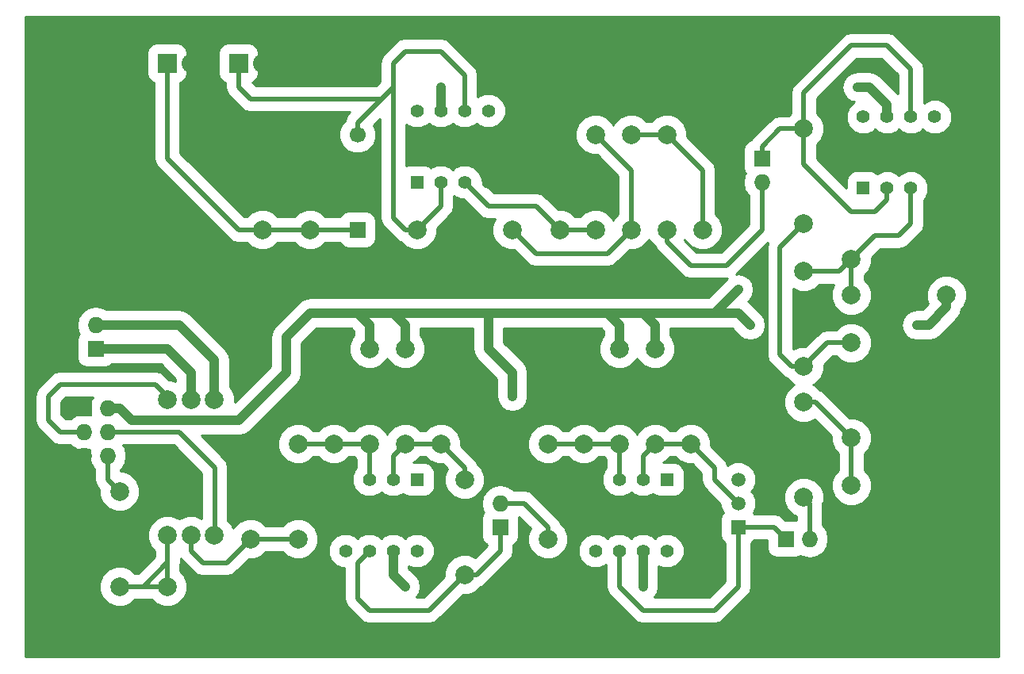
<source format=gbr>
G04 #@! TF.FileFunction,Copper,L2,Bot,Signal*
%FSLAX46Y46*%
G04 Gerber Fmt 4.6, Leading zero omitted, Abs format (unit mm)*
G04 Created by KiCad (PCBNEW (2014-10-31 BZR 5247)-product) date Friday, February 20, 2015 'PMt' 09:07:01 PM*
%MOMM*%
G01*
G04 APERTURE LIST*
%ADD10C,0.100000*%
%ADD11C,1.998980*%
%ADD12R,1.727200X1.727200*%
%ADD13O,1.727200X1.727200*%
%ADD14R,1.397000X1.397000*%
%ADD15C,1.397000*%
%ADD16C,1.699260*%
%ADD17R,1.699260X1.699260*%
%ADD18R,2.032000X2.032000*%
%ADD19O,2.032000X2.032000*%
%ADD20C,1.510000*%
%ADD21R,1.510000X1.510000*%
%ADD22C,2.000000*%
%ADD23C,0.889000*%
%ADD24C,0.508000*%
%ADD25C,0.254000*%
%ADD26C,1.016000*%
G04 APERTURE END LIST*
D10*
D11*
X116840000Y-99060000D03*
X116840000Y-109220000D03*
X113030000Y-114300000D03*
X102870000Y-114300000D03*
X143510000Y-99060000D03*
X143510000Y-109220000D03*
X170815000Y-94615000D03*
X170815000Y-104775000D03*
X175895000Y-88265000D03*
X175895000Y-98425000D03*
X170815000Y-80645000D03*
X170815000Y-90805000D03*
X160020000Y-66040000D03*
X160020000Y-76200000D03*
X144780000Y-66040000D03*
X144780000Y-76200000D03*
D12*
X95250000Y-88900000D03*
D13*
X95250000Y-86360000D03*
D12*
X138430000Y-107950000D03*
D13*
X138430000Y-105410000D03*
D12*
X168910000Y-109220000D03*
D13*
X171450000Y-109220000D03*
D12*
X93980000Y-95250000D03*
D13*
X96520000Y-95250000D03*
X93980000Y-97790000D03*
X96520000Y-97790000D03*
X93980000Y-100330000D03*
X96520000Y-100330000D03*
D12*
X166370000Y-68580000D03*
D13*
X166370000Y-71120000D03*
D11*
X120650000Y-88900000D03*
X120650000Y-99060000D03*
X128270000Y-99060000D03*
X128270000Y-88900000D03*
X132080000Y-99060000D03*
X132080000Y-88900000D03*
X124460000Y-88900000D03*
X124460000Y-99060000D03*
X134620000Y-113030000D03*
X134620000Y-102870000D03*
X97790000Y-104140000D03*
X97790000Y-114300000D03*
X111760000Y-109220000D03*
X111760000Y-99060000D03*
X147320000Y-88900000D03*
X147320000Y-99060000D03*
X154940000Y-99060000D03*
X154940000Y-88900000D03*
X158750000Y-99060000D03*
X158750000Y-88900000D03*
X151130000Y-88900000D03*
X151130000Y-99060000D03*
X175895000Y-103505000D03*
X186055000Y-103505000D03*
X175895000Y-79375000D03*
X186055000Y-79375000D03*
X175895000Y-83185000D03*
X186055000Y-83185000D03*
X170815000Y-65405000D03*
X170815000Y-75565000D03*
X156210000Y-66040000D03*
X156210000Y-76200000D03*
X152400000Y-76200000D03*
X152400000Y-66040000D03*
D14*
X129540000Y-102870000D03*
D15*
X127000000Y-102870000D03*
X124460000Y-102870000D03*
X121920000Y-102870000D03*
X121920000Y-110490000D03*
X124460000Y-110490000D03*
X127000000Y-110490000D03*
X129540000Y-110490000D03*
D14*
X177165000Y-71755000D03*
D15*
X179705000Y-71755000D03*
X182245000Y-71755000D03*
X184785000Y-71755000D03*
X184785000Y-64135000D03*
X182245000Y-64135000D03*
X179705000Y-64135000D03*
X177165000Y-64135000D03*
D14*
X129540000Y-71120000D03*
D15*
X132080000Y-71120000D03*
X134620000Y-71120000D03*
X137160000Y-71120000D03*
X137160000Y-63500000D03*
X134620000Y-63500000D03*
X132080000Y-63500000D03*
X129540000Y-63500000D03*
D11*
X118110000Y-76200000D03*
X118110000Y-66040000D03*
X129540000Y-76200000D03*
X139700000Y-76200000D03*
D16*
X123190000Y-66040000D03*
D17*
X123190000Y-76200000D03*
D18*
X110490000Y-58420000D03*
D19*
X113030000Y-58420000D03*
D11*
X148590000Y-76200000D03*
X148590000Y-66040000D03*
X113030000Y-76200000D03*
X113030000Y-66040000D03*
D20*
X163830000Y-102870000D03*
D21*
X163830000Y-107950000D03*
D20*
X163830000Y-105410000D03*
D22*
X102910000Y-94350000D03*
X105410000Y-94350000D03*
X107910000Y-94350000D03*
X102910000Y-108850000D03*
X105410000Y-108850000D03*
X107910000Y-108850000D03*
D14*
X156210000Y-102870000D03*
D15*
X153670000Y-102870000D03*
X151130000Y-102870000D03*
X148590000Y-102870000D03*
X148590000Y-110490000D03*
X151130000Y-110490000D03*
X153670000Y-110490000D03*
X156210000Y-110490000D03*
D18*
X102870000Y-58420000D03*
D19*
X105410000Y-58420000D03*
D23*
X132080000Y-60960000D03*
X176530000Y-60960000D03*
X163830000Y-82550000D03*
X182880000Y-86360000D03*
X165100000Y-86360000D03*
X128270000Y-114300000D03*
X153670000Y-114300000D03*
X139700000Y-93980000D03*
D24*
X116840000Y-99060000D02*
X120650000Y-99060000D01*
X120650000Y-99060000D02*
X124460000Y-99060000D01*
X124460000Y-99060000D02*
X124460000Y-102870000D01*
D25*
X120650000Y-99060000D02*
X124460000Y-99060000D01*
X124460000Y-99060000D02*
X124460000Y-102870000D01*
D24*
X143510000Y-99060000D02*
X147320000Y-99060000D01*
X147320000Y-99060000D02*
X151130000Y-99060000D01*
X151130000Y-99060000D02*
X151130000Y-102870000D01*
X175895000Y-98425000D02*
X175895000Y-103505000D01*
X170815000Y-94615000D02*
X172085000Y-94615000D01*
X172085000Y-94615000D02*
X175895000Y-98425000D01*
X170815000Y-90805000D02*
X169545000Y-90805000D01*
X168275000Y-78105000D02*
X170815000Y-75565000D01*
X168275000Y-89535000D02*
X168275000Y-78105000D01*
X169545000Y-90805000D02*
X168275000Y-89535000D01*
X175895000Y-88265000D02*
X173355000Y-88265000D01*
X173355000Y-88265000D02*
X170815000Y-90805000D01*
X134620000Y-113030000D02*
X135890000Y-113030000D01*
X138430000Y-110490000D02*
X138430000Y-107950000D01*
X135890000Y-113030000D02*
X138430000Y-110490000D01*
X134620000Y-113030000D02*
X130810000Y-116840000D01*
X123190000Y-111760000D02*
X124460000Y-110490000D01*
X123190000Y-115570000D02*
X123190000Y-111760000D01*
X124460000Y-116840000D02*
X123190000Y-115570000D01*
X130810000Y-116840000D02*
X124460000Y-116840000D01*
X163830000Y-107950000D02*
X167640000Y-107950000D01*
X167640000Y-107950000D02*
X168910000Y-109220000D01*
X163830000Y-107950000D02*
X163830000Y-114300000D01*
X151130000Y-114300000D02*
X151130000Y-110490000D01*
X153670000Y-116840000D02*
X151130000Y-114300000D01*
X161290000Y-116840000D02*
X153670000Y-116840000D01*
X163830000Y-114300000D02*
X161290000Y-116840000D01*
X170815000Y-65405000D02*
X168275000Y-65405000D01*
X166370000Y-67310000D02*
X166370000Y-68580000D01*
X168275000Y-65405000D02*
X166370000Y-67310000D01*
X182245000Y-64135000D02*
X182245000Y-59055000D01*
X170815000Y-61595000D02*
X170815000Y-65405000D01*
X175895000Y-56515000D02*
X170815000Y-61595000D01*
X179705000Y-56515000D02*
X175895000Y-56515000D01*
X182245000Y-59055000D02*
X179705000Y-56515000D01*
X179705000Y-71755000D02*
X179705000Y-73025000D01*
X170815000Y-69215000D02*
X170815000Y-65405000D01*
X175895000Y-74295000D02*
X170815000Y-69215000D01*
X178435000Y-74295000D02*
X175895000Y-74295000D01*
X179705000Y-73025000D02*
X178435000Y-74295000D01*
D26*
X132080000Y-60960000D02*
X132080000Y-63500000D01*
X161290000Y-85090000D02*
X163830000Y-82550000D01*
X179705000Y-62865000D02*
X179705000Y-64135000D01*
X177800000Y-60960000D02*
X179705000Y-62865000D01*
X176530000Y-60960000D02*
X177800000Y-60960000D01*
X153670000Y-85090000D02*
X161290000Y-85090000D01*
X161290000Y-85090000D02*
X163830000Y-85090000D01*
X186055000Y-84455000D02*
X186055000Y-83185000D01*
X184150000Y-86360000D02*
X186055000Y-84455000D01*
X182880000Y-86360000D02*
X184150000Y-86360000D01*
X163830000Y-85090000D02*
X165100000Y-86360000D01*
X127000000Y-113030000D02*
X127000000Y-110490000D01*
X128270000Y-114300000D02*
X127000000Y-113030000D01*
X137160000Y-85090000D02*
X137160000Y-88900000D01*
X153670000Y-114300000D02*
X153670000Y-110490000D01*
X139700000Y-91440000D02*
X139700000Y-93980000D01*
X137160000Y-88900000D02*
X139700000Y-91440000D01*
X149860000Y-85090000D02*
X153670000Y-85090000D01*
X154940000Y-86360000D02*
X154940000Y-88900000D01*
X153670000Y-85090000D02*
X154940000Y-86360000D01*
X127000000Y-85090000D02*
X137160000Y-85090000D01*
X137160000Y-85090000D02*
X149860000Y-85090000D01*
X151130000Y-86360000D02*
X151130000Y-88900000D01*
X149860000Y-85090000D02*
X151130000Y-86360000D01*
X123190000Y-85090000D02*
X127000000Y-85090000D01*
X128270000Y-86360000D02*
X128270000Y-88900000D01*
X127000000Y-85090000D02*
X128270000Y-86360000D01*
X115570000Y-90170000D02*
X115570000Y-87630000D01*
X97790000Y-95250000D02*
X99060000Y-96520000D01*
X99060000Y-96520000D02*
X110490000Y-96520000D01*
X110490000Y-96520000D02*
X115570000Y-91440000D01*
X115570000Y-91440000D02*
X115570000Y-90170000D01*
X96520000Y-95250000D02*
X97790000Y-95250000D01*
X124460000Y-86360000D02*
X124460000Y-88900000D01*
X123190000Y-85090000D02*
X124460000Y-86360000D01*
X118110000Y-85090000D02*
X123190000Y-85090000D01*
X115570000Y-87630000D02*
X118110000Y-85090000D01*
D24*
X102910000Y-94350000D02*
X102910000Y-94020000D01*
X102910000Y-94020000D02*
X101600000Y-92710000D01*
X101600000Y-92710000D02*
X91440000Y-92710000D01*
X91440000Y-92710000D02*
X90170000Y-93980000D01*
X90170000Y-93980000D02*
X90170000Y-96520000D01*
X90170000Y-96520000D02*
X91440000Y-97790000D01*
X91440000Y-97790000D02*
X93980000Y-97790000D01*
X96520000Y-97790000D02*
X104140000Y-97790000D01*
X107950000Y-101600000D02*
X107950000Y-108810000D01*
X104140000Y-97790000D02*
X107950000Y-101600000D01*
X107950000Y-108810000D02*
X107910000Y-108850000D01*
X105410000Y-108850000D02*
X105410000Y-110490000D01*
X109220000Y-111760000D02*
X111760000Y-109220000D01*
X106680000Y-111760000D02*
X109220000Y-111760000D01*
X105410000Y-110490000D02*
X106680000Y-111760000D01*
X111760000Y-109220000D02*
X116840000Y-109220000D01*
X102870000Y-114300000D02*
X102870000Y-111760000D01*
X102870000Y-111760000D02*
X102910000Y-111720000D01*
X100330000Y-114300000D02*
X102870000Y-114300000D01*
X97790000Y-114300000D02*
X100330000Y-114300000D01*
X102910000Y-111720000D02*
X102910000Y-108850000D01*
X100330000Y-114300000D02*
X102910000Y-111720000D01*
X138430000Y-105410000D02*
X140970000Y-105410000D01*
X143510000Y-107950000D02*
X143510000Y-109220000D01*
X140970000Y-105410000D02*
X143510000Y-107950000D01*
X171450000Y-109220000D02*
X171450000Y-105410000D01*
X171450000Y-105410000D02*
X170815000Y-104775000D01*
X175895000Y-83185000D02*
X175895000Y-79375000D01*
X170815000Y-80645000D02*
X174625000Y-80645000D01*
X182245000Y-75565000D02*
X182245000Y-71755000D01*
X180975000Y-76835000D02*
X182245000Y-75565000D01*
X178435000Y-76835000D02*
X180975000Y-76835000D01*
X174625000Y-80645000D02*
X178435000Y-76835000D01*
X156210000Y-66040000D02*
X152400000Y-66040000D01*
X160020000Y-76200000D02*
X160020000Y-69850000D01*
X160020000Y-69850000D02*
X156210000Y-66040000D01*
X148590000Y-76200000D02*
X144780000Y-76200000D01*
X144780000Y-76200000D02*
X142240000Y-73660000D01*
X142240000Y-73660000D02*
X137160000Y-73660000D01*
X137160000Y-73660000D02*
X134620000Y-71120000D01*
D26*
X105410000Y-94350000D02*
X105410000Y-91440000D01*
X102870000Y-88900000D02*
X95250000Y-88900000D01*
X105410000Y-91440000D02*
X102870000Y-88900000D01*
X107910000Y-94350000D02*
X107910000Y-90130000D01*
X104140000Y-86360000D02*
X95250000Y-86360000D01*
X107910000Y-90130000D02*
X104140000Y-86360000D01*
D24*
X96520000Y-100330000D02*
X96520000Y-102870000D01*
X96520000Y-102870000D02*
X97790000Y-104140000D01*
X166370000Y-71120000D02*
X166370000Y-76200000D01*
X156210000Y-77470000D02*
X156210000Y-76200000D01*
X158750000Y-80010000D02*
X156210000Y-77470000D01*
X162560000Y-80010000D02*
X158750000Y-80010000D01*
X166370000Y-76200000D02*
X162560000Y-80010000D01*
X127000000Y-102870000D02*
X127000000Y-100330000D01*
X127000000Y-100330000D02*
X128270000Y-99060000D01*
X128270000Y-99060000D02*
X132080000Y-99060000D01*
X132080000Y-99060000D02*
X134620000Y-101600000D01*
X134620000Y-101600000D02*
X134620000Y-102870000D01*
X153670000Y-102870000D02*
X153670000Y-100330000D01*
X153670000Y-100330000D02*
X154940000Y-99060000D01*
X154940000Y-99060000D02*
X158750000Y-99060000D01*
X158750000Y-99060000D02*
X161290000Y-101600000D01*
X161290000Y-101600000D02*
X161290000Y-102870000D01*
X161290000Y-102870000D02*
X163830000Y-105410000D01*
X152400000Y-76200000D02*
X149860000Y-78740000D01*
X142240000Y-78740000D02*
X139700000Y-76200000D01*
X149860000Y-78740000D02*
X142240000Y-78740000D01*
X152400000Y-76200000D02*
X152400000Y-69850000D01*
X152400000Y-69850000D02*
X148590000Y-66040000D01*
X110490000Y-58420000D02*
X110490000Y-60960000D01*
X111760000Y-62230000D02*
X125730000Y-62230000D01*
X110490000Y-60960000D02*
X111760000Y-62230000D01*
X123190000Y-66040000D02*
X123190000Y-64770000D01*
X123190000Y-64770000D02*
X125730000Y-62230000D01*
X125730000Y-62230000D02*
X127000000Y-60960000D01*
X134620000Y-63500000D02*
X134620000Y-59690000D01*
X128270000Y-76200000D02*
X129540000Y-76200000D01*
X127000000Y-74930000D02*
X128270000Y-76200000D01*
X127000000Y-58420000D02*
X127000000Y-60960000D01*
X127000000Y-60960000D02*
X127000000Y-74930000D01*
X128270000Y-57150000D02*
X127000000Y-58420000D01*
X132080000Y-57150000D02*
X128270000Y-57150000D01*
X134620000Y-59690000D02*
X132080000Y-57150000D01*
X129540000Y-76200000D02*
X132080000Y-73660000D01*
X132080000Y-73660000D02*
X132080000Y-71120000D01*
X123190000Y-76200000D02*
X118110000Y-76200000D01*
X118110000Y-76200000D02*
X113030000Y-76200000D01*
X113030000Y-76200000D02*
X110490000Y-76200000D01*
X110490000Y-76200000D02*
X102870000Y-68580000D01*
X102870000Y-68580000D02*
X102870000Y-58420000D01*
D25*
G36*
X94890514Y-94107000D02*
X94666143Y-94442795D01*
X94513400Y-95210688D01*
X94513400Y-95289312D01*
X94629560Y-95873293D01*
X93980000Y-95744088D01*
X93212107Y-95896831D01*
X92561120Y-96331808D01*
X92520232Y-96393000D01*
X92018656Y-96393000D01*
X91567000Y-95941344D01*
X91567000Y-94558656D01*
X92018656Y-94107000D01*
X94890514Y-94107000D01*
X94890514Y-94107000D01*
G37*
X94890514Y-94107000D02*
X94666143Y-94442795D01*
X94513400Y-95210688D01*
X94513400Y-95289312D01*
X94629560Y-95873293D01*
X93980000Y-95744088D01*
X93212107Y-95896831D01*
X92561120Y-96331808D01*
X92520232Y-96393000D01*
X92018656Y-96393000D01*
X91567000Y-95941344D01*
X91567000Y-94558656D01*
X92018656Y-94107000D01*
X94890514Y-94107000D01*
G36*
X191643000Y-121793000D02*
X188197861Y-121793000D01*
X188197861Y-82760702D01*
X187872374Y-81972962D01*
X187270208Y-81369744D01*
X186626819Y-81102586D01*
X186626819Y-63770310D01*
X186347058Y-63093237D01*
X185829488Y-62574763D01*
X185152904Y-62293820D01*
X184420310Y-62293181D01*
X183743237Y-62572942D01*
X183642000Y-62674002D01*
X183642000Y-59055000D01*
X183535660Y-58520391D01*
X183232828Y-58067172D01*
X180692828Y-55527172D01*
X180239609Y-55224340D01*
X179705000Y-55118000D01*
X175895000Y-55118000D01*
X175360391Y-55224340D01*
X174907172Y-55527172D01*
X169827172Y-60607172D01*
X169524340Y-61060391D01*
X169418000Y-61595000D01*
X169418000Y-63772265D01*
X169181853Y-64008000D01*
X168275000Y-64008000D01*
X167740391Y-64114340D01*
X167287172Y-64417172D01*
X165382172Y-66322172D01*
X165189532Y-66610476D01*
X164858942Y-66747411D01*
X164537411Y-67068943D01*
X164363400Y-67489043D01*
X164363400Y-67943757D01*
X164363400Y-69670957D01*
X164537411Y-70091058D01*
X164605657Y-70159304D01*
X164476831Y-70352107D01*
X164324088Y-71120000D01*
X164476831Y-71887893D01*
X164911808Y-72538880D01*
X164973000Y-72579767D01*
X164973000Y-75621344D01*
X161981344Y-78613000D01*
X159328656Y-78613000D01*
X158056241Y-77340585D01*
X158114816Y-77199522D01*
X158202626Y-77412038D01*
X158804792Y-78015256D01*
X159591963Y-78342117D01*
X160444298Y-78342861D01*
X161232038Y-78017374D01*
X161835256Y-77415208D01*
X162162117Y-76628037D01*
X162162861Y-75775702D01*
X161837374Y-74987962D01*
X161417000Y-74566853D01*
X161417000Y-69850000D01*
X161310660Y-69315391D01*
X161007828Y-68862172D01*
X158352345Y-66206689D01*
X158352861Y-65615702D01*
X158027374Y-64827962D01*
X157425208Y-64224744D01*
X156638037Y-63897883D01*
X155785702Y-63897139D01*
X154997962Y-64222626D01*
X154576853Y-64643000D01*
X154032734Y-64643000D01*
X153615208Y-64224744D01*
X152828037Y-63897883D01*
X151975702Y-63897139D01*
X151187962Y-64222626D01*
X150584744Y-64824792D01*
X150495183Y-65040477D01*
X150407374Y-64827962D01*
X149805208Y-64224744D01*
X149018037Y-63897883D01*
X148165702Y-63897139D01*
X147377962Y-64222626D01*
X146774744Y-64824792D01*
X146447883Y-65611963D01*
X146447139Y-66464298D01*
X146772626Y-67252038D01*
X147374792Y-67855256D01*
X148161963Y-68182117D01*
X148756980Y-68182636D01*
X151003000Y-70428656D01*
X151003000Y-74567265D01*
X150584744Y-74984792D01*
X150495183Y-75200477D01*
X150407374Y-74987962D01*
X149805208Y-74384744D01*
X149018037Y-74057883D01*
X148165702Y-74057139D01*
X147377962Y-74382626D01*
X146956853Y-74803000D01*
X146412734Y-74803000D01*
X145995208Y-74384744D01*
X145208037Y-74057883D01*
X144613019Y-74057363D01*
X143227828Y-72672172D01*
X142774609Y-72369340D01*
X142240000Y-72263000D01*
X137738656Y-72263000D01*
X136461617Y-70985961D01*
X136461819Y-70755310D01*
X136182058Y-70078237D01*
X135664488Y-69559763D01*
X134987904Y-69278820D01*
X134255310Y-69278181D01*
X133578237Y-69557942D01*
X133350056Y-69785725D01*
X133124488Y-69559763D01*
X132447904Y-69278820D01*
X131715310Y-69278181D01*
X131038237Y-69557942D01*
X131014792Y-69581345D01*
X130885957Y-69452511D01*
X130465857Y-69278500D01*
X130011143Y-69278500D01*
X128614143Y-69278500D01*
X128397000Y-69368443D01*
X128397000Y-64961552D01*
X128495512Y-65060237D01*
X129172096Y-65341180D01*
X129904690Y-65341819D01*
X130581763Y-65062058D01*
X130809943Y-64834274D01*
X131035512Y-65060237D01*
X131712096Y-65341180D01*
X132444690Y-65341819D01*
X133121763Y-65062058D01*
X133349943Y-64834274D01*
X133575512Y-65060237D01*
X134252096Y-65341180D01*
X134984690Y-65341819D01*
X135661763Y-65062058D01*
X135889943Y-64834274D01*
X136115512Y-65060237D01*
X136792096Y-65341180D01*
X137524690Y-65341819D01*
X138201763Y-65062058D01*
X138720237Y-64544488D01*
X139001180Y-63867904D01*
X139001819Y-63135310D01*
X138722058Y-62458237D01*
X138204488Y-61939763D01*
X137527904Y-61658820D01*
X136795310Y-61658181D01*
X136118237Y-61937942D01*
X136017000Y-62039002D01*
X136017000Y-59690000D01*
X135910660Y-59155391D01*
X135607828Y-58702172D01*
X133067828Y-56162172D01*
X132614609Y-55859340D01*
X132080000Y-55753000D01*
X128270000Y-55753000D01*
X127735391Y-55859340D01*
X127282172Y-56162172D01*
X126012172Y-57432172D01*
X125709340Y-57885391D01*
X125603000Y-58420000D01*
X125603000Y-60381344D01*
X125151344Y-60833000D01*
X112338656Y-60833000D01*
X111981763Y-60476107D01*
X112153458Y-60404989D01*
X112474989Y-60083457D01*
X112649000Y-59663357D01*
X112649000Y-59208643D01*
X112649000Y-57176643D01*
X112474989Y-56756542D01*
X112153457Y-56435011D01*
X111733357Y-56261000D01*
X111278643Y-56261000D01*
X109246643Y-56261000D01*
X108826542Y-56435011D01*
X108505011Y-56756543D01*
X108331000Y-57176643D01*
X108331000Y-57631357D01*
X108331000Y-59663357D01*
X108505011Y-60083458D01*
X108826543Y-60404989D01*
X109093000Y-60515359D01*
X109093000Y-60960000D01*
X109199340Y-61494609D01*
X109502172Y-61947828D01*
X110772172Y-63217828D01*
X111225391Y-63520660D01*
X111760000Y-63627000D01*
X122357344Y-63627000D01*
X122202172Y-63782172D01*
X121899340Y-64235391D01*
X121830473Y-64581606D01*
X121501715Y-64909792D01*
X121197717Y-65641902D01*
X121197025Y-66434620D01*
X121499745Y-67167260D01*
X122059792Y-67728285D01*
X122791902Y-68032283D01*
X123584620Y-68032975D01*
X124317260Y-67730255D01*
X124878285Y-67170208D01*
X125182283Y-66438098D01*
X125182975Y-65645380D01*
X124921966Y-65013689D01*
X125603000Y-64332656D01*
X125603000Y-74930000D01*
X125709340Y-75464609D01*
X126012172Y-75917828D01*
X127282172Y-77187828D01*
X127735391Y-77490660D01*
X127817393Y-77506971D01*
X128324792Y-78015256D01*
X129111963Y-78342117D01*
X129964298Y-78342861D01*
X130752038Y-78017374D01*
X131355256Y-77415208D01*
X131682117Y-76628037D01*
X131682636Y-76033019D01*
X133067828Y-74647828D01*
X133370660Y-74194609D01*
X133476999Y-73660000D01*
X133477000Y-73660000D01*
X133477000Y-72581552D01*
X133575512Y-72680237D01*
X134252096Y-72961180D01*
X134485727Y-72961383D01*
X136172172Y-74647828D01*
X136625391Y-74950660D01*
X137160000Y-75057000D01*
X137854760Y-75057000D01*
X137557883Y-75771963D01*
X137557139Y-76624298D01*
X137882626Y-77412038D01*
X138484792Y-78015256D01*
X139271963Y-78342117D01*
X139866980Y-78342636D01*
X141252172Y-79727828D01*
X141705391Y-80030660D01*
X142240000Y-80137000D01*
X149860000Y-80137000D01*
X150394609Y-80030660D01*
X150847828Y-79727828D01*
X152233310Y-78342345D01*
X152824298Y-78342861D01*
X153612038Y-78017374D01*
X154215256Y-77415208D01*
X154304816Y-77199522D01*
X154392626Y-77412038D01*
X154903209Y-77923513D01*
X154919340Y-78004609D01*
X155222172Y-78457828D01*
X157762172Y-80997828D01*
X158215391Y-81300660D01*
X158750000Y-81407000D01*
X162560000Y-81407000D01*
X162657533Y-81387599D01*
X160606133Y-83439000D01*
X153670000Y-83439000D01*
X149860000Y-83439000D01*
X137160000Y-83439000D01*
X127000000Y-83439000D01*
X125182630Y-83439000D01*
X125182630Y-77276987D01*
X125182630Y-76822273D01*
X125182630Y-75123013D01*
X125008619Y-74702912D01*
X124687087Y-74381381D01*
X124266987Y-74207370D01*
X123812273Y-74207370D01*
X122113013Y-74207370D01*
X121692912Y-74381381D01*
X121371381Y-74702913D01*
X121329923Y-74803000D01*
X119742734Y-74803000D01*
X119325208Y-74384744D01*
X118538037Y-74057883D01*
X117685702Y-74057139D01*
X116897962Y-74382626D01*
X116476853Y-74803000D01*
X114662734Y-74803000D01*
X114245208Y-74384744D01*
X113458037Y-74057883D01*
X112605702Y-74057139D01*
X111817962Y-74382626D01*
X111396853Y-74803000D01*
X111068656Y-74803000D01*
X104267000Y-68001344D01*
X104267000Y-60515359D01*
X104533458Y-60404989D01*
X104854989Y-60083457D01*
X105029000Y-59663357D01*
X105029000Y-59208643D01*
X105029000Y-57176643D01*
X104854989Y-56756542D01*
X104533457Y-56435011D01*
X104113357Y-56261000D01*
X103658643Y-56261000D01*
X101626643Y-56261000D01*
X101206542Y-56435011D01*
X100885011Y-56756543D01*
X100711000Y-57176643D01*
X100711000Y-57631357D01*
X100711000Y-59663357D01*
X100885011Y-60083458D01*
X101206543Y-60404989D01*
X101473000Y-60515359D01*
X101473000Y-68580000D01*
X101579340Y-69114609D01*
X101882172Y-69567828D01*
X109502172Y-77187828D01*
X109955391Y-77490660D01*
X110490000Y-77597000D01*
X111397265Y-77597000D01*
X111814792Y-78015256D01*
X112601963Y-78342117D01*
X113454298Y-78342861D01*
X114242038Y-78017374D01*
X114663146Y-77597000D01*
X116477265Y-77597000D01*
X116894792Y-78015256D01*
X117681963Y-78342117D01*
X118534298Y-78342861D01*
X119322038Y-78017374D01*
X119743146Y-77597000D01*
X121329923Y-77597000D01*
X121371381Y-77697088D01*
X121692913Y-78018619D01*
X122113013Y-78192630D01*
X122567727Y-78192630D01*
X124266987Y-78192630D01*
X124687088Y-78018619D01*
X125008619Y-77697087D01*
X125182630Y-77276987D01*
X125182630Y-83439000D01*
X123190000Y-83439000D01*
X118110000Y-83439000D01*
X117478190Y-83564675D01*
X117300458Y-83683431D01*
X116942566Y-83922567D01*
X114402567Y-86462567D01*
X114044675Y-86998189D01*
X113919000Y-87630000D01*
X113919000Y-90170000D01*
X113919000Y-90756134D01*
X110052762Y-94622371D01*
X110053371Y-93925601D01*
X109727806Y-93137674D01*
X109561000Y-92970576D01*
X109561000Y-90130000D01*
X109456175Y-89603013D01*
X109435325Y-89498190D01*
X109435325Y-89498189D01*
X109077433Y-88962567D01*
X105307433Y-85192567D01*
X104771811Y-84834675D01*
X104140000Y-84709000D01*
X96360800Y-84709000D01*
X96057205Y-84506143D01*
X95289312Y-84353400D01*
X95210688Y-84353400D01*
X94442795Y-84506143D01*
X93791808Y-84941120D01*
X93356831Y-85592107D01*
X93204088Y-86360000D01*
X93356831Y-87127893D01*
X93485658Y-87320695D01*
X93417411Y-87388943D01*
X93243400Y-87809043D01*
X93243400Y-88263757D01*
X93243400Y-89990957D01*
X93417411Y-90411058D01*
X93738943Y-90732589D01*
X94159043Y-90906600D01*
X94613757Y-90906600D01*
X96340957Y-90906600D01*
X96761058Y-90732589D01*
X96942646Y-90551000D01*
X102186133Y-90551000D01*
X103759000Y-92123866D01*
X103759000Y-92382129D01*
X103338139Y-92207373D01*
X103072797Y-92207141D01*
X102587828Y-91722172D01*
X102134609Y-91419340D01*
X101600000Y-91313000D01*
X91440000Y-91313000D01*
X90905391Y-91419340D01*
X90452172Y-91722172D01*
X89182172Y-92992172D01*
X88879340Y-93445391D01*
X88773000Y-93980000D01*
X88773000Y-96520000D01*
X88879340Y-97054609D01*
X89182172Y-97507828D01*
X90452172Y-98777828D01*
X90905391Y-99080660D01*
X91440000Y-99187000D01*
X92520232Y-99187000D01*
X92561120Y-99248192D01*
X93212107Y-99683169D01*
X93980000Y-99835912D01*
X94629560Y-99706706D01*
X94513400Y-100290688D01*
X94513400Y-100369312D01*
X94666143Y-101137205D01*
X95101120Y-101788192D01*
X95123000Y-101802811D01*
X95123000Y-102870000D01*
X95229340Y-103404609D01*
X95532172Y-103857828D01*
X95647654Y-103973310D01*
X95647139Y-104564298D01*
X95972626Y-105352038D01*
X96574792Y-105955256D01*
X97361963Y-106282117D01*
X98214298Y-106282861D01*
X99002038Y-105957374D01*
X99605256Y-105355208D01*
X99932117Y-104568037D01*
X99932861Y-103715702D01*
X99607374Y-102927962D01*
X99005208Y-102324744D01*
X98218037Y-101997883D01*
X97917000Y-101997620D01*
X97917000Y-101802811D01*
X97938880Y-101788192D01*
X98373857Y-101137205D01*
X98526600Y-100369312D01*
X98526600Y-100290688D01*
X98373857Y-99522795D01*
X98149485Y-99187000D01*
X103561344Y-99187000D01*
X106553000Y-102178656D01*
X106553000Y-107004208D01*
X105838139Y-106707373D01*
X104985601Y-106706629D01*
X104197674Y-107032194D01*
X104160463Y-107069339D01*
X104125497Y-107034312D01*
X103338139Y-106707373D01*
X102485601Y-106706629D01*
X101697674Y-107032194D01*
X101094312Y-107634503D01*
X100767373Y-108421861D01*
X100766629Y-109274399D01*
X101092194Y-110062326D01*
X101513000Y-110483867D01*
X101513000Y-111141344D01*
X99751344Y-112903000D01*
X99422734Y-112903000D01*
X99005208Y-112484744D01*
X98218037Y-112157883D01*
X97365702Y-112157139D01*
X96577962Y-112482626D01*
X95974744Y-113084792D01*
X95647883Y-113871963D01*
X95647139Y-114724298D01*
X95972626Y-115512038D01*
X96574792Y-116115256D01*
X97361963Y-116442117D01*
X98214298Y-116442861D01*
X99002038Y-116117374D01*
X99423146Y-115697000D01*
X100330000Y-115697000D01*
X101237265Y-115697000D01*
X101654792Y-116115256D01*
X102441963Y-116442117D01*
X103294298Y-116442861D01*
X104082038Y-116117374D01*
X104685256Y-115515208D01*
X105012117Y-114728037D01*
X105012861Y-113875702D01*
X104687374Y-113087962D01*
X104267000Y-112666853D01*
X104267000Y-111921094D01*
X104267000Y-111921093D01*
X104307000Y-111720000D01*
X104307000Y-111305461D01*
X104422172Y-111477828D01*
X105692172Y-112747828D01*
X106145391Y-113050660D01*
X106680000Y-113157000D01*
X109220000Y-113157000D01*
X109754609Y-113050660D01*
X110207828Y-112747828D01*
X111593310Y-111362345D01*
X112184298Y-111362861D01*
X112972038Y-111037374D01*
X113393146Y-110617000D01*
X115207265Y-110617000D01*
X115624792Y-111035256D01*
X116411963Y-111362117D01*
X117264298Y-111362861D01*
X118052038Y-111037374D01*
X118655256Y-110435208D01*
X118982117Y-109648037D01*
X118982861Y-108795702D01*
X118657374Y-108007962D01*
X118055208Y-107404744D01*
X117268037Y-107077883D01*
X116415702Y-107077139D01*
X115627962Y-107402626D01*
X115206853Y-107823000D01*
X113392734Y-107823000D01*
X112975208Y-107404744D01*
X112188037Y-107077883D01*
X111335702Y-107077139D01*
X110547962Y-107402626D01*
X109944744Y-108004792D01*
X109912039Y-108083553D01*
X109727806Y-107637674D01*
X109347000Y-107256202D01*
X109347000Y-101600000D01*
X109240660Y-101065391D01*
X108937828Y-100612172D01*
X106496656Y-98171000D01*
X110490000Y-98171000D01*
X111121810Y-98045325D01*
X111121811Y-98045325D01*
X111657433Y-97687433D01*
X116737433Y-92607433D01*
X117095325Y-92071810D01*
X117221000Y-91440000D01*
X117221000Y-90170000D01*
X117221000Y-88313866D01*
X118793866Y-86741000D01*
X122506134Y-86741000D01*
X122809000Y-87043866D01*
X122809000Y-87520822D01*
X122644744Y-87684792D01*
X122317883Y-88471963D01*
X122317139Y-89324298D01*
X122642626Y-90112038D01*
X123244792Y-90715256D01*
X124031963Y-91042117D01*
X124884298Y-91042861D01*
X125672038Y-90717374D01*
X126275256Y-90115208D01*
X126364816Y-89899522D01*
X126452626Y-90112038D01*
X127054792Y-90715256D01*
X127841963Y-91042117D01*
X128694298Y-91042861D01*
X129482038Y-90717374D01*
X130085256Y-90115208D01*
X130412117Y-89328037D01*
X130412861Y-88475702D01*
X130087374Y-87687962D01*
X129921000Y-87521297D01*
X129921000Y-86741000D01*
X135509000Y-86741000D01*
X135509000Y-88900000D01*
X135634675Y-89531811D01*
X135992567Y-90067433D01*
X138049000Y-92123866D01*
X138049000Y-93980000D01*
X138174675Y-94611810D01*
X138532567Y-95147433D01*
X139068190Y-95505325D01*
X139700000Y-95631000D01*
X140331810Y-95505325D01*
X140867433Y-95147433D01*
X141225325Y-94611810D01*
X141351000Y-93980000D01*
X141351000Y-91440000D01*
X141225325Y-90808190D01*
X141225324Y-90808189D01*
X141106568Y-90630458D01*
X140867433Y-90272567D01*
X140867433Y-90272566D01*
X138811000Y-88216133D01*
X138811000Y-86741000D01*
X149176134Y-86741000D01*
X149479000Y-87043866D01*
X149479000Y-87520822D01*
X149314744Y-87684792D01*
X148987883Y-88471963D01*
X148987139Y-89324298D01*
X149312626Y-90112038D01*
X149914792Y-90715256D01*
X150701963Y-91042117D01*
X151554298Y-91042861D01*
X152342038Y-90717374D01*
X152945256Y-90115208D01*
X153034816Y-89899522D01*
X153122626Y-90112038D01*
X153724792Y-90715256D01*
X154511963Y-91042117D01*
X155364298Y-91042861D01*
X156152038Y-90717374D01*
X156755256Y-90115208D01*
X157082117Y-89328037D01*
X157082861Y-88475702D01*
X156757374Y-87687962D01*
X156591000Y-87521297D01*
X156591000Y-86741000D01*
X161290000Y-86741000D01*
X163146134Y-86741000D01*
X163932567Y-87527433D01*
X164468189Y-87885325D01*
X165100000Y-88010999D01*
X165731810Y-87885325D01*
X166267433Y-87527433D01*
X166625325Y-86991810D01*
X166750999Y-86360000D01*
X166625325Y-85728189D01*
X166267433Y-85192567D01*
X164997433Y-83922567D01*
X164874464Y-83840402D01*
X164997433Y-83717434D01*
X165355324Y-83181811D01*
X165480999Y-82550000D01*
X165355324Y-81918190D01*
X164997433Y-81382567D01*
X164461810Y-81024676D01*
X163830000Y-80899001D01*
X163601129Y-80944526D01*
X167002614Y-77543041D01*
X166984340Y-77570391D01*
X166878000Y-78105000D01*
X166878000Y-89535000D01*
X166984340Y-90069609D01*
X167287172Y-90522828D01*
X168557172Y-91792828D01*
X169010391Y-92095660D01*
X169092393Y-92111971D01*
X169599792Y-92620256D01*
X169815477Y-92709816D01*
X169602962Y-92797626D01*
X168999744Y-93399792D01*
X168672883Y-94186963D01*
X168672139Y-95039298D01*
X168997626Y-95827038D01*
X169599792Y-96430256D01*
X170386963Y-96757117D01*
X171239298Y-96757861D01*
X171956049Y-96461705D01*
X173752654Y-98258310D01*
X173752139Y-98849298D01*
X174077626Y-99637038D01*
X174498000Y-100058146D01*
X174498000Y-101872265D01*
X174079744Y-102289792D01*
X173752883Y-103076963D01*
X173752139Y-103929298D01*
X174077626Y-104717038D01*
X174679792Y-105320256D01*
X175466963Y-105647117D01*
X176319298Y-105647861D01*
X177107038Y-105322374D01*
X177710256Y-104720208D01*
X178037117Y-103933037D01*
X178037861Y-103080702D01*
X177712374Y-102292962D01*
X177292000Y-101871853D01*
X177292000Y-100057734D01*
X177710256Y-99640208D01*
X178037117Y-98853037D01*
X178037861Y-98000702D01*
X177712374Y-97212962D01*
X177110208Y-96609744D01*
X176323037Y-96282883D01*
X175728019Y-96282363D01*
X173072828Y-93627172D01*
X172619609Y-93324340D01*
X172537606Y-93308028D01*
X172030208Y-92799744D01*
X171814522Y-92710183D01*
X172027038Y-92622374D01*
X172630256Y-92020208D01*
X172957117Y-91233037D01*
X172957636Y-90638019D01*
X173933656Y-89662000D01*
X174262265Y-89662000D01*
X174679792Y-90080256D01*
X175466963Y-90407117D01*
X176319298Y-90407861D01*
X177107038Y-90082374D01*
X177710256Y-89480208D01*
X178037117Y-88693037D01*
X178037861Y-87840702D01*
X177712374Y-87052962D01*
X177110208Y-86449744D01*
X176323037Y-86122883D01*
X175470702Y-86122139D01*
X174682962Y-86447626D01*
X174261853Y-86868000D01*
X173355000Y-86868000D01*
X172820391Y-86974340D01*
X172367172Y-87277172D01*
X170981689Y-88662654D01*
X170390702Y-88662139D01*
X169673950Y-88958294D01*
X169672000Y-88956344D01*
X169672000Y-82490239D01*
X170386963Y-82787117D01*
X171239298Y-82787861D01*
X172027038Y-82462374D01*
X172448146Y-82042000D01*
X174049760Y-82042000D01*
X173752883Y-82756963D01*
X173752139Y-83609298D01*
X174077626Y-84397038D01*
X174679792Y-85000256D01*
X175466963Y-85327117D01*
X176319298Y-85327861D01*
X177107038Y-85002374D01*
X177710256Y-84400208D01*
X178037117Y-83613037D01*
X178037861Y-82760702D01*
X177712374Y-81972962D01*
X177292000Y-81551853D01*
X177292000Y-81007734D01*
X177710256Y-80590208D01*
X178037117Y-79803037D01*
X178037636Y-79208019D01*
X179013656Y-78232000D01*
X180975000Y-78232000D01*
X181509609Y-78125660D01*
X181962828Y-77822828D01*
X183232828Y-76552828D01*
X183535660Y-76099609D01*
X183642000Y-75565000D01*
X183642000Y-72962440D01*
X183805237Y-72799488D01*
X184086180Y-72122904D01*
X184086819Y-71390310D01*
X183807058Y-70713237D01*
X183289488Y-70194763D01*
X182612904Y-69913820D01*
X181880310Y-69913181D01*
X181203237Y-70192942D01*
X180975056Y-70420725D01*
X180749488Y-70194763D01*
X180072904Y-69913820D01*
X179340310Y-69913181D01*
X178663237Y-70192942D01*
X178639792Y-70216345D01*
X178510957Y-70087511D01*
X178090857Y-69913500D01*
X177636143Y-69913500D01*
X176239143Y-69913500D01*
X175819042Y-70087511D01*
X175497511Y-70409043D01*
X175323500Y-70829143D01*
X175323500Y-71283857D01*
X175323500Y-71747844D01*
X172212000Y-68636344D01*
X172212000Y-67037734D01*
X172630256Y-66620208D01*
X172957117Y-65833037D01*
X172957861Y-64980702D01*
X172632374Y-64192962D01*
X172212000Y-63771853D01*
X172212000Y-62173656D01*
X176473656Y-57912000D01*
X179126344Y-57912000D01*
X180848000Y-59633656D01*
X180848000Y-61673134D01*
X178967433Y-59792567D01*
X178431811Y-59434675D01*
X177800000Y-59309000D01*
X176530000Y-59309000D01*
X175898190Y-59434675D01*
X175362567Y-59792567D01*
X175004675Y-60328190D01*
X174879000Y-60960000D01*
X175004675Y-61591810D01*
X175362567Y-62127433D01*
X175898190Y-62485325D01*
X176193245Y-62544015D01*
X176123237Y-62572942D01*
X175604763Y-63090512D01*
X175323820Y-63767096D01*
X175323181Y-64499690D01*
X175602942Y-65176763D01*
X176120512Y-65695237D01*
X176797096Y-65976180D01*
X177529690Y-65976819D01*
X178206763Y-65697058D01*
X178434943Y-65469274D01*
X178660512Y-65695237D01*
X179337096Y-65976180D01*
X180069690Y-65976819D01*
X180746763Y-65697058D01*
X180974943Y-65469274D01*
X181200512Y-65695237D01*
X181877096Y-65976180D01*
X182609690Y-65976819D01*
X183286763Y-65697058D01*
X183514943Y-65469274D01*
X183740512Y-65695237D01*
X184417096Y-65976180D01*
X185149690Y-65976819D01*
X185826763Y-65697058D01*
X186345237Y-65179488D01*
X186626180Y-64502904D01*
X186626819Y-63770310D01*
X186626819Y-81102586D01*
X186483037Y-81042883D01*
X185630702Y-81042139D01*
X184842962Y-81367626D01*
X184239744Y-81969792D01*
X183912883Y-82756963D01*
X183912139Y-83609298D01*
X184103267Y-84071866D01*
X183466134Y-84709000D01*
X182880000Y-84709000D01*
X182248190Y-84834675D01*
X181712567Y-85192567D01*
X181354675Y-85728190D01*
X181229000Y-86360000D01*
X181354675Y-86991810D01*
X181712567Y-87527433D01*
X182248190Y-87885325D01*
X182880000Y-88011000D01*
X184150000Y-88011000D01*
X184781810Y-87885325D01*
X184781811Y-87885325D01*
X185317433Y-87527433D01*
X187222433Y-85622433D01*
X187580325Y-85086810D01*
X187678902Y-84591227D01*
X187870256Y-84400208D01*
X188197117Y-83613037D01*
X188197861Y-82760702D01*
X188197861Y-121793000D01*
X173456600Y-121793000D01*
X173456600Y-109259312D01*
X173456600Y-109180688D01*
X173303857Y-108412795D01*
X172868880Y-107761808D01*
X172847000Y-107747188D01*
X172847000Y-105468228D01*
X172957117Y-105203037D01*
X172957861Y-104350702D01*
X172632374Y-103562962D01*
X172030208Y-102959744D01*
X171243037Y-102632883D01*
X170390702Y-102632139D01*
X169602962Y-102957626D01*
X168999744Y-103559792D01*
X168672883Y-104346963D01*
X168672139Y-105199298D01*
X168997626Y-105987038D01*
X169599792Y-106590256D01*
X170053000Y-106778443D01*
X170053000Y-107234956D01*
X170000957Y-107213400D01*
X169546243Y-107213400D01*
X168879056Y-107213400D01*
X168627828Y-106962172D01*
X168174609Y-106659340D01*
X167640000Y-106553000D01*
X165556249Y-106553000D01*
X165553989Y-106547542D01*
X165454207Y-106447761D01*
X165727670Y-105789192D01*
X165728329Y-105034121D01*
X165439984Y-104336274D01*
X165244177Y-104140125D01*
X165438108Y-103946534D01*
X165727670Y-103249192D01*
X165728329Y-102494121D01*
X165439984Y-101796274D01*
X164906534Y-101261892D01*
X164209192Y-100972330D01*
X163454121Y-100971671D01*
X162756274Y-101260016D01*
X162642053Y-101374037D01*
X162580660Y-101065391D01*
X162277828Y-100612172D01*
X160892345Y-99226689D01*
X160892861Y-98635702D01*
X160567374Y-97847962D01*
X159965208Y-97244744D01*
X159178037Y-96917883D01*
X158325702Y-96917139D01*
X157537962Y-97242626D01*
X157116853Y-97663000D01*
X156572734Y-97663000D01*
X156155208Y-97244744D01*
X155368037Y-96917883D01*
X154515702Y-96917139D01*
X153727962Y-97242626D01*
X153124744Y-97844792D01*
X153035183Y-98060477D01*
X152947374Y-97847962D01*
X152345208Y-97244744D01*
X151558037Y-96917883D01*
X150705702Y-96917139D01*
X149917962Y-97242626D01*
X149496853Y-97663000D01*
X148952734Y-97663000D01*
X148535208Y-97244744D01*
X147748037Y-96917883D01*
X146895702Y-96917139D01*
X146107962Y-97242626D01*
X145686853Y-97663000D01*
X145142734Y-97663000D01*
X144725208Y-97244744D01*
X143938037Y-96917883D01*
X143085702Y-96917139D01*
X142297962Y-97242626D01*
X141694744Y-97844792D01*
X141367883Y-98631963D01*
X141367139Y-99484298D01*
X141692626Y-100272038D01*
X142294792Y-100875256D01*
X143081963Y-101202117D01*
X143934298Y-101202861D01*
X144722038Y-100877374D01*
X145143146Y-100457000D01*
X145687265Y-100457000D01*
X146104792Y-100875256D01*
X146891963Y-101202117D01*
X147744298Y-101202861D01*
X148532038Y-100877374D01*
X148953146Y-100457000D01*
X149497265Y-100457000D01*
X149733000Y-100693146D01*
X149733000Y-101662559D01*
X149569763Y-101825512D01*
X149288820Y-102502096D01*
X149288181Y-103234690D01*
X149567942Y-103911763D01*
X150085512Y-104430237D01*
X150762096Y-104711180D01*
X151494690Y-104711819D01*
X152171763Y-104432058D01*
X152399943Y-104204274D01*
X152625512Y-104430237D01*
X153302096Y-104711180D01*
X154034690Y-104711819D01*
X154711763Y-104432058D01*
X154735207Y-104408654D01*
X154864043Y-104537489D01*
X155284143Y-104711500D01*
X155738857Y-104711500D01*
X157135857Y-104711500D01*
X157555958Y-104537489D01*
X157877489Y-104215957D01*
X158051500Y-103795857D01*
X158051500Y-103341143D01*
X158051500Y-101944143D01*
X157877489Y-101524042D01*
X157555957Y-101202511D01*
X157135857Y-101028500D01*
X156681143Y-101028500D01*
X155786284Y-101028500D01*
X156152038Y-100877374D01*
X156573146Y-100457000D01*
X157117265Y-100457000D01*
X157534792Y-100875256D01*
X158321963Y-101202117D01*
X158916980Y-101202636D01*
X159893000Y-102178656D01*
X159893000Y-102870000D01*
X159999340Y-103404609D01*
X160302172Y-103857828D01*
X161931931Y-105487587D01*
X161931671Y-105785879D01*
X162205341Y-106448211D01*
X162106011Y-106547543D01*
X161932000Y-106967643D01*
X161932000Y-107422357D01*
X161932000Y-108932357D01*
X162106011Y-109352458D01*
X162427543Y-109673989D01*
X162433000Y-109676249D01*
X162433000Y-113721344D01*
X160711344Y-115443000D01*
X154853758Y-115443000D01*
X155195325Y-114931810D01*
X155321000Y-114300000D01*
X155321000Y-112114801D01*
X155842096Y-112331180D01*
X156574690Y-112331819D01*
X157251763Y-112052058D01*
X157770237Y-111534488D01*
X158051180Y-110857904D01*
X158051819Y-110125310D01*
X157772058Y-109448237D01*
X157254488Y-108929763D01*
X156577904Y-108648820D01*
X155845310Y-108648181D01*
X155168237Y-108927942D01*
X154940056Y-109155725D01*
X154714488Y-108929763D01*
X154037904Y-108648820D01*
X153305310Y-108648181D01*
X152628237Y-108927942D01*
X152400056Y-109155725D01*
X152174488Y-108929763D01*
X151497904Y-108648820D01*
X150765310Y-108648181D01*
X150088237Y-108927942D01*
X149860056Y-109155725D01*
X149634488Y-108929763D01*
X148957904Y-108648820D01*
X148225310Y-108648181D01*
X147548237Y-108927942D01*
X147029763Y-109445512D01*
X146748820Y-110122096D01*
X146748181Y-110854690D01*
X147027942Y-111531763D01*
X147545512Y-112050237D01*
X148222096Y-112331180D01*
X148954690Y-112331819D01*
X149631763Y-112052058D01*
X149733000Y-111950997D01*
X149733000Y-114300000D01*
X149839340Y-114834609D01*
X150142172Y-115287828D01*
X152682172Y-117827828D01*
X153135391Y-118130660D01*
X153670000Y-118237000D01*
X161290000Y-118237000D01*
X161824609Y-118130660D01*
X162277828Y-117827828D01*
X164817828Y-115287828D01*
X165120660Y-114834609D01*
X165226999Y-114300000D01*
X165227000Y-114300000D01*
X165227000Y-109676249D01*
X165232458Y-109673989D01*
X165553989Y-109352457D01*
X165556249Y-109347000D01*
X166903400Y-109347000D01*
X166903400Y-110310957D01*
X167077411Y-110731058D01*
X167398943Y-111052589D01*
X167819043Y-111226600D01*
X168273757Y-111226600D01*
X170000957Y-111226600D01*
X170421058Y-111052589D01*
X170489304Y-110984342D01*
X170682107Y-111113169D01*
X171450000Y-111265912D01*
X172217893Y-111113169D01*
X172868880Y-110678192D01*
X173303857Y-110027205D01*
X173456600Y-109259312D01*
X173456600Y-121793000D01*
X145652861Y-121793000D01*
X145652861Y-108795702D01*
X145327374Y-108007962D01*
X144816790Y-107496486D01*
X144800660Y-107415391D01*
X144497828Y-106962172D01*
X141957828Y-104422172D01*
X141504609Y-104119340D01*
X140970000Y-104013000D01*
X139902811Y-104013000D01*
X139888192Y-103991120D01*
X139237205Y-103556143D01*
X138469312Y-103403400D01*
X138390688Y-103403400D01*
X137622795Y-103556143D01*
X136971808Y-103991120D01*
X136762861Y-104303830D01*
X136762861Y-102445702D01*
X136437374Y-101657962D01*
X135926790Y-101146486D01*
X135910660Y-101065391D01*
X135607828Y-100612172D01*
X134222345Y-99226689D01*
X134222861Y-98635702D01*
X133897374Y-97847962D01*
X133295208Y-97244744D01*
X132508037Y-96917883D01*
X131655702Y-96917139D01*
X130867962Y-97242626D01*
X130446853Y-97663000D01*
X129902734Y-97663000D01*
X129485208Y-97244744D01*
X128698037Y-96917883D01*
X127845702Y-96917139D01*
X127057962Y-97242626D01*
X126454744Y-97844792D01*
X126365183Y-98060477D01*
X126277374Y-97847962D01*
X125675208Y-97244744D01*
X124888037Y-96917883D01*
X124035702Y-96917139D01*
X123247962Y-97242626D01*
X122826853Y-97663000D01*
X122282734Y-97663000D01*
X121865208Y-97244744D01*
X121078037Y-96917883D01*
X120225702Y-96917139D01*
X119437962Y-97242626D01*
X119016853Y-97663000D01*
X118472734Y-97663000D01*
X118055208Y-97244744D01*
X117268037Y-96917883D01*
X116415702Y-96917139D01*
X115627962Y-97242626D01*
X115024744Y-97844792D01*
X114697883Y-98631963D01*
X114697139Y-99484298D01*
X115022626Y-100272038D01*
X115624792Y-100875256D01*
X116411963Y-101202117D01*
X117264298Y-101202861D01*
X118052038Y-100877374D01*
X118473146Y-100457000D01*
X119017265Y-100457000D01*
X119434792Y-100875256D01*
X120221963Y-101202117D01*
X121074298Y-101202861D01*
X121862038Y-100877374D01*
X122283146Y-100457000D01*
X122827265Y-100457000D01*
X123063000Y-100693146D01*
X123063000Y-101662559D01*
X122899763Y-101825512D01*
X122618820Y-102502096D01*
X122618181Y-103234690D01*
X122897942Y-103911763D01*
X123415512Y-104430237D01*
X124092096Y-104711180D01*
X124824690Y-104711819D01*
X125501763Y-104432058D01*
X125729943Y-104204274D01*
X125955512Y-104430237D01*
X126632096Y-104711180D01*
X127364690Y-104711819D01*
X128041763Y-104432058D01*
X128065207Y-104408654D01*
X128194043Y-104537489D01*
X128614143Y-104711500D01*
X129068857Y-104711500D01*
X130465857Y-104711500D01*
X130885958Y-104537489D01*
X131207489Y-104215957D01*
X131381500Y-103795857D01*
X131381500Y-103341143D01*
X131381500Y-101944143D01*
X131207489Y-101524042D01*
X130885957Y-101202511D01*
X130465857Y-101028500D01*
X130011143Y-101028500D01*
X129116284Y-101028500D01*
X129482038Y-100877374D01*
X129903146Y-100457000D01*
X130447265Y-100457000D01*
X130864792Y-100875256D01*
X131651963Y-101202117D01*
X132246980Y-101202636D01*
X132773758Y-101729414D01*
X132477883Y-102441963D01*
X132477139Y-103294298D01*
X132802626Y-104082038D01*
X133404792Y-104685256D01*
X134191963Y-105012117D01*
X135044298Y-105012861D01*
X135832038Y-104687374D01*
X136435256Y-104085208D01*
X136762117Y-103298037D01*
X136762861Y-102445702D01*
X136762861Y-104303830D01*
X136536831Y-104642107D01*
X136384088Y-105410000D01*
X136536831Y-106177893D01*
X136665658Y-106370695D01*
X136597411Y-106438943D01*
X136423400Y-106859043D01*
X136423400Y-107313757D01*
X136423400Y-109040957D01*
X136597411Y-109461058D01*
X136918943Y-109782589D01*
X137033000Y-109829832D01*
X137033000Y-109911344D01*
X135760585Y-111183758D01*
X135048037Y-110887883D01*
X134195702Y-110887139D01*
X133407962Y-111212626D01*
X132804744Y-111814792D01*
X132477883Y-112601963D01*
X132477363Y-113196980D01*
X130231344Y-115443000D01*
X129453758Y-115443000D01*
X129795325Y-114931810D01*
X129920999Y-114300000D01*
X129795325Y-113668189D01*
X129437433Y-113132567D01*
X128651000Y-112346134D01*
X128651000Y-112114801D01*
X129172096Y-112331180D01*
X129904690Y-112331819D01*
X130581763Y-112052058D01*
X131100237Y-111534488D01*
X131381180Y-110857904D01*
X131381819Y-110125310D01*
X131102058Y-109448237D01*
X130584488Y-108929763D01*
X129907904Y-108648820D01*
X129175310Y-108648181D01*
X128498237Y-108927942D01*
X128270056Y-109155725D01*
X128044488Y-108929763D01*
X127367904Y-108648820D01*
X126635310Y-108648181D01*
X125958237Y-108927942D01*
X125730056Y-109155725D01*
X125504488Y-108929763D01*
X124827904Y-108648820D01*
X124095310Y-108648181D01*
X123418237Y-108927942D01*
X123190056Y-109155725D01*
X122964488Y-108929763D01*
X122287904Y-108648820D01*
X121555310Y-108648181D01*
X120878237Y-108927942D01*
X120359763Y-109445512D01*
X120078820Y-110122096D01*
X120078181Y-110854690D01*
X120357942Y-111531763D01*
X120875512Y-112050237D01*
X121552096Y-112331180D01*
X121793000Y-112331390D01*
X121793000Y-115570000D01*
X121899340Y-116104609D01*
X122202172Y-116557828D01*
X123472172Y-117827828D01*
X123925391Y-118130660D01*
X124460000Y-118237000D01*
X130810000Y-118237000D01*
X131344609Y-118130660D01*
X131797828Y-117827828D01*
X134453310Y-115172345D01*
X135044298Y-115172861D01*
X135832038Y-114847374D01*
X136343513Y-114336790D01*
X136424609Y-114320660D01*
X136877828Y-114017828D01*
X139417828Y-111477828D01*
X139720660Y-111024609D01*
X139826999Y-110490000D01*
X139827000Y-110490000D01*
X139827000Y-109829833D01*
X139941058Y-109782589D01*
X140262589Y-109461057D01*
X140436600Y-109040957D01*
X140436600Y-108586243D01*
X140436600Y-106859043D01*
X140431800Y-106847456D01*
X141663758Y-108079414D01*
X141367883Y-108791963D01*
X141367139Y-109644298D01*
X141692626Y-110432038D01*
X142294792Y-111035256D01*
X143081963Y-111362117D01*
X143934298Y-111362861D01*
X144722038Y-111037374D01*
X145325256Y-110435208D01*
X145652117Y-109648037D01*
X145652861Y-108795702D01*
X145652861Y-121793000D01*
X87757000Y-121793000D01*
X87757000Y-53467000D01*
X191643000Y-53467000D01*
X191643000Y-121793000D01*
X191643000Y-121793000D01*
G37*
X191643000Y-121793000D02*
X188197861Y-121793000D01*
X188197861Y-82760702D01*
X187872374Y-81972962D01*
X187270208Y-81369744D01*
X186626819Y-81102586D01*
X186626819Y-63770310D01*
X186347058Y-63093237D01*
X185829488Y-62574763D01*
X185152904Y-62293820D01*
X184420310Y-62293181D01*
X183743237Y-62572942D01*
X183642000Y-62674002D01*
X183642000Y-59055000D01*
X183535660Y-58520391D01*
X183232828Y-58067172D01*
X180692828Y-55527172D01*
X180239609Y-55224340D01*
X179705000Y-55118000D01*
X175895000Y-55118000D01*
X175360391Y-55224340D01*
X174907172Y-55527172D01*
X169827172Y-60607172D01*
X169524340Y-61060391D01*
X169418000Y-61595000D01*
X169418000Y-63772265D01*
X169181853Y-64008000D01*
X168275000Y-64008000D01*
X167740391Y-64114340D01*
X167287172Y-64417172D01*
X165382172Y-66322172D01*
X165189532Y-66610476D01*
X164858942Y-66747411D01*
X164537411Y-67068943D01*
X164363400Y-67489043D01*
X164363400Y-67943757D01*
X164363400Y-69670957D01*
X164537411Y-70091058D01*
X164605657Y-70159304D01*
X164476831Y-70352107D01*
X164324088Y-71120000D01*
X164476831Y-71887893D01*
X164911808Y-72538880D01*
X164973000Y-72579767D01*
X164973000Y-75621344D01*
X161981344Y-78613000D01*
X159328656Y-78613000D01*
X158056241Y-77340585D01*
X158114816Y-77199522D01*
X158202626Y-77412038D01*
X158804792Y-78015256D01*
X159591963Y-78342117D01*
X160444298Y-78342861D01*
X161232038Y-78017374D01*
X161835256Y-77415208D01*
X162162117Y-76628037D01*
X162162861Y-75775702D01*
X161837374Y-74987962D01*
X161417000Y-74566853D01*
X161417000Y-69850000D01*
X161310660Y-69315391D01*
X161007828Y-68862172D01*
X158352345Y-66206689D01*
X158352861Y-65615702D01*
X158027374Y-64827962D01*
X157425208Y-64224744D01*
X156638037Y-63897883D01*
X155785702Y-63897139D01*
X154997962Y-64222626D01*
X154576853Y-64643000D01*
X154032734Y-64643000D01*
X153615208Y-64224744D01*
X152828037Y-63897883D01*
X151975702Y-63897139D01*
X151187962Y-64222626D01*
X150584744Y-64824792D01*
X150495183Y-65040477D01*
X150407374Y-64827962D01*
X149805208Y-64224744D01*
X149018037Y-63897883D01*
X148165702Y-63897139D01*
X147377962Y-64222626D01*
X146774744Y-64824792D01*
X146447883Y-65611963D01*
X146447139Y-66464298D01*
X146772626Y-67252038D01*
X147374792Y-67855256D01*
X148161963Y-68182117D01*
X148756980Y-68182636D01*
X151003000Y-70428656D01*
X151003000Y-74567265D01*
X150584744Y-74984792D01*
X150495183Y-75200477D01*
X150407374Y-74987962D01*
X149805208Y-74384744D01*
X149018037Y-74057883D01*
X148165702Y-74057139D01*
X147377962Y-74382626D01*
X146956853Y-74803000D01*
X146412734Y-74803000D01*
X145995208Y-74384744D01*
X145208037Y-74057883D01*
X144613019Y-74057363D01*
X143227828Y-72672172D01*
X142774609Y-72369340D01*
X142240000Y-72263000D01*
X137738656Y-72263000D01*
X136461617Y-70985961D01*
X136461819Y-70755310D01*
X136182058Y-70078237D01*
X135664488Y-69559763D01*
X134987904Y-69278820D01*
X134255310Y-69278181D01*
X133578237Y-69557942D01*
X133350056Y-69785725D01*
X133124488Y-69559763D01*
X132447904Y-69278820D01*
X131715310Y-69278181D01*
X131038237Y-69557942D01*
X131014792Y-69581345D01*
X130885957Y-69452511D01*
X130465857Y-69278500D01*
X130011143Y-69278500D01*
X128614143Y-69278500D01*
X128397000Y-69368443D01*
X128397000Y-64961552D01*
X128495512Y-65060237D01*
X129172096Y-65341180D01*
X129904690Y-65341819D01*
X130581763Y-65062058D01*
X130809943Y-64834274D01*
X131035512Y-65060237D01*
X131712096Y-65341180D01*
X132444690Y-65341819D01*
X133121763Y-65062058D01*
X133349943Y-64834274D01*
X133575512Y-65060237D01*
X134252096Y-65341180D01*
X134984690Y-65341819D01*
X135661763Y-65062058D01*
X135889943Y-64834274D01*
X136115512Y-65060237D01*
X136792096Y-65341180D01*
X137524690Y-65341819D01*
X138201763Y-65062058D01*
X138720237Y-64544488D01*
X139001180Y-63867904D01*
X139001819Y-63135310D01*
X138722058Y-62458237D01*
X138204488Y-61939763D01*
X137527904Y-61658820D01*
X136795310Y-61658181D01*
X136118237Y-61937942D01*
X136017000Y-62039002D01*
X136017000Y-59690000D01*
X135910660Y-59155391D01*
X135607828Y-58702172D01*
X133067828Y-56162172D01*
X132614609Y-55859340D01*
X132080000Y-55753000D01*
X128270000Y-55753000D01*
X127735391Y-55859340D01*
X127282172Y-56162172D01*
X126012172Y-57432172D01*
X125709340Y-57885391D01*
X125603000Y-58420000D01*
X125603000Y-60381344D01*
X125151344Y-60833000D01*
X112338656Y-60833000D01*
X111981763Y-60476107D01*
X112153458Y-60404989D01*
X112474989Y-60083457D01*
X112649000Y-59663357D01*
X112649000Y-59208643D01*
X112649000Y-57176643D01*
X112474989Y-56756542D01*
X112153457Y-56435011D01*
X111733357Y-56261000D01*
X111278643Y-56261000D01*
X109246643Y-56261000D01*
X108826542Y-56435011D01*
X108505011Y-56756543D01*
X108331000Y-57176643D01*
X108331000Y-57631357D01*
X108331000Y-59663357D01*
X108505011Y-60083458D01*
X108826543Y-60404989D01*
X109093000Y-60515359D01*
X109093000Y-60960000D01*
X109199340Y-61494609D01*
X109502172Y-61947828D01*
X110772172Y-63217828D01*
X111225391Y-63520660D01*
X111760000Y-63627000D01*
X122357344Y-63627000D01*
X122202172Y-63782172D01*
X121899340Y-64235391D01*
X121830473Y-64581606D01*
X121501715Y-64909792D01*
X121197717Y-65641902D01*
X121197025Y-66434620D01*
X121499745Y-67167260D01*
X122059792Y-67728285D01*
X122791902Y-68032283D01*
X123584620Y-68032975D01*
X124317260Y-67730255D01*
X124878285Y-67170208D01*
X125182283Y-66438098D01*
X125182975Y-65645380D01*
X124921966Y-65013689D01*
X125603000Y-64332656D01*
X125603000Y-74930000D01*
X125709340Y-75464609D01*
X126012172Y-75917828D01*
X127282172Y-77187828D01*
X127735391Y-77490660D01*
X127817393Y-77506971D01*
X128324792Y-78015256D01*
X129111963Y-78342117D01*
X129964298Y-78342861D01*
X130752038Y-78017374D01*
X131355256Y-77415208D01*
X131682117Y-76628037D01*
X131682636Y-76033019D01*
X133067828Y-74647828D01*
X133370660Y-74194609D01*
X133476999Y-73660000D01*
X133477000Y-73660000D01*
X133477000Y-72581552D01*
X133575512Y-72680237D01*
X134252096Y-72961180D01*
X134485727Y-72961383D01*
X136172172Y-74647828D01*
X136625391Y-74950660D01*
X137160000Y-75057000D01*
X137854760Y-75057000D01*
X137557883Y-75771963D01*
X137557139Y-76624298D01*
X137882626Y-77412038D01*
X138484792Y-78015256D01*
X139271963Y-78342117D01*
X139866980Y-78342636D01*
X141252172Y-79727828D01*
X141705391Y-80030660D01*
X142240000Y-80137000D01*
X149860000Y-80137000D01*
X150394609Y-80030660D01*
X150847828Y-79727828D01*
X152233310Y-78342345D01*
X152824298Y-78342861D01*
X153612038Y-78017374D01*
X154215256Y-77415208D01*
X154304816Y-77199522D01*
X154392626Y-77412038D01*
X154903209Y-77923513D01*
X154919340Y-78004609D01*
X155222172Y-78457828D01*
X157762172Y-80997828D01*
X158215391Y-81300660D01*
X158750000Y-81407000D01*
X162560000Y-81407000D01*
X162657533Y-81387599D01*
X160606133Y-83439000D01*
X153670000Y-83439000D01*
X149860000Y-83439000D01*
X137160000Y-83439000D01*
X127000000Y-83439000D01*
X125182630Y-83439000D01*
X125182630Y-77276987D01*
X125182630Y-76822273D01*
X125182630Y-75123013D01*
X125008619Y-74702912D01*
X124687087Y-74381381D01*
X124266987Y-74207370D01*
X123812273Y-74207370D01*
X122113013Y-74207370D01*
X121692912Y-74381381D01*
X121371381Y-74702913D01*
X121329923Y-74803000D01*
X119742734Y-74803000D01*
X119325208Y-74384744D01*
X118538037Y-74057883D01*
X117685702Y-74057139D01*
X116897962Y-74382626D01*
X116476853Y-74803000D01*
X114662734Y-74803000D01*
X114245208Y-74384744D01*
X113458037Y-74057883D01*
X112605702Y-74057139D01*
X111817962Y-74382626D01*
X111396853Y-74803000D01*
X111068656Y-74803000D01*
X104267000Y-68001344D01*
X104267000Y-60515359D01*
X104533458Y-60404989D01*
X104854989Y-60083457D01*
X105029000Y-59663357D01*
X105029000Y-59208643D01*
X105029000Y-57176643D01*
X104854989Y-56756542D01*
X104533457Y-56435011D01*
X104113357Y-56261000D01*
X103658643Y-56261000D01*
X101626643Y-56261000D01*
X101206542Y-56435011D01*
X100885011Y-56756543D01*
X100711000Y-57176643D01*
X100711000Y-57631357D01*
X100711000Y-59663357D01*
X100885011Y-60083458D01*
X101206543Y-60404989D01*
X101473000Y-60515359D01*
X101473000Y-68580000D01*
X101579340Y-69114609D01*
X101882172Y-69567828D01*
X109502172Y-77187828D01*
X109955391Y-77490660D01*
X110490000Y-77597000D01*
X111397265Y-77597000D01*
X111814792Y-78015256D01*
X112601963Y-78342117D01*
X113454298Y-78342861D01*
X114242038Y-78017374D01*
X114663146Y-77597000D01*
X116477265Y-77597000D01*
X116894792Y-78015256D01*
X117681963Y-78342117D01*
X118534298Y-78342861D01*
X119322038Y-78017374D01*
X119743146Y-77597000D01*
X121329923Y-77597000D01*
X121371381Y-77697088D01*
X121692913Y-78018619D01*
X122113013Y-78192630D01*
X122567727Y-78192630D01*
X124266987Y-78192630D01*
X124687088Y-78018619D01*
X125008619Y-77697087D01*
X125182630Y-77276987D01*
X125182630Y-83439000D01*
X123190000Y-83439000D01*
X118110000Y-83439000D01*
X117478190Y-83564675D01*
X117300458Y-83683431D01*
X116942566Y-83922567D01*
X114402567Y-86462567D01*
X114044675Y-86998189D01*
X113919000Y-87630000D01*
X113919000Y-90170000D01*
X113919000Y-90756134D01*
X110052762Y-94622371D01*
X110053371Y-93925601D01*
X109727806Y-93137674D01*
X109561000Y-92970576D01*
X109561000Y-90130000D01*
X109456175Y-89603013D01*
X109435325Y-89498190D01*
X109435325Y-89498189D01*
X109077433Y-88962567D01*
X105307433Y-85192567D01*
X104771811Y-84834675D01*
X104140000Y-84709000D01*
X96360800Y-84709000D01*
X96057205Y-84506143D01*
X95289312Y-84353400D01*
X95210688Y-84353400D01*
X94442795Y-84506143D01*
X93791808Y-84941120D01*
X93356831Y-85592107D01*
X93204088Y-86360000D01*
X93356831Y-87127893D01*
X93485658Y-87320695D01*
X93417411Y-87388943D01*
X93243400Y-87809043D01*
X93243400Y-88263757D01*
X93243400Y-89990957D01*
X93417411Y-90411058D01*
X93738943Y-90732589D01*
X94159043Y-90906600D01*
X94613757Y-90906600D01*
X96340957Y-90906600D01*
X96761058Y-90732589D01*
X96942646Y-90551000D01*
X102186133Y-90551000D01*
X103759000Y-92123866D01*
X103759000Y-92382129D01*
X103338139Y-92207373D01*
X103072797Y-92207141D01*
X102587828Y-91722172D01*
X102134609Y-91419340D01*
X101600000Y-91313000D01*
X91440000Y-91313000D01*
X90905391Y-91419340D01*
X90452172Y-91722172D01*
X89182172Y-92992172D01*
X88879340Y-93445391D01*
X88773000Y-93980000D01*
X88773000Y-96520000D01*
X88879340Y-97054609D01*
X89182172Y-97507828D01*
X90452172Y-98777828D01*
X90905391Y-99080660D01*
X91440000Y-99187000D01*
X92520232Y-99187000D01*
X92561120Y-99248192D01*
X93212107Y-99683169D01*
X93980000Y-99835912D01*
X94629560Y-99706706D01*
X94513400Y-100290688D01*
X94513400Y-100369312D01*
X94666143Y-101137205D01*
X95101120Y-101788192D01*
X95123000Y-101802811D01*
X95123000Y-102870000D01*
X95229340Y-103404609D01*
X95532172Y-103857828D01*
X95647654Y-103973310D01*
X95647139Y-104564298D01*
X95972626Y-105352038D01*
X96574792Y-105955256D01*
X97361963Y-106282117D01*
X98214298Y-106282861D01*
X99002038Y-105957374D01*
X99605256Y-105355208D01*
X99932117Y-104568037D01*
X99932861Y-103715702D01*
X99607374Y-102927962D01*
X99005208Y-102324744D01*
X98218037Y-101997883D01*
X97917000Y-101997620D01*
X97917000Y-101802811D01*
X97938880Y-101788192D01*
X98373857Y-101137205D01*
X98526600Y-100369312D01*
X98526600Y-100290688D01*
X98373857Y-99522795D01*
X98149485Y-99187000D01*
X103561344Y-99187000D01*
X106553000Y-102178656D01*
X106553000Y-107004208D01*
X105838139Y-106707373D01*
X104985601Y-106706629D01*
X104197674Y-107032194D01*
X104160463Y-107069339D01*
X104125497Y-107034312D01*
X103338139Y-106707373D01*
X102485601Y-106706629D01*
X101697674Y-107032194D01*
X101094312Y-107634503D01*
X100767373Y-108421861D01*
X100766629Y-109274399D01*
X101092194Y-110062326D01*
X101513000Y-110483867D01*
X101513000Y-111141344D01*
X99751344Y-112903000D01*
X99422734Y-112903000D01*
X99005208Y-112484744D01*
X98218037Y-112157883D01*
X97365702Y-112157139D01*
X96577962Y-112482626D01*
X95974744Y-113084792D01*
X95647883Y-113871963D01*
X95647139Y-114724298D01*
X95972626Y-115512038D01*
X96574792Y-116115256D01*
X97361963Y-116442117D01*
X98214298Y-116442861D01*
X99002038Y-116117374D01*
X99423146Y-115697000D01*
X100330000Y-115697000D01*
X101237265Y-115697000D01*
X101654792Y-116115256D01*
X102441963Y-116442117D01*
X103294298Y-116442861D01*
X104082038Y-116117374D01*
X104685256Y-115515208D01*
X105012117Y-114728037D01*
X105012861Y-113875702D01*
X104687374Y-113087962D01*
X104267000Y-112666853D01*
X104267000Y-111921094D01*
X104267000Y-111921093D01*
X104307000Y-111720000D01*
X104307000Y-111305461D01*
X104422172Y-111477828D01*
X105692172Y-112747828D01*
X106145391Y-113050660D01*
X106680000Y-113157000D01*
X109220000Y-113157000D01*
X109754609Y-113050660D01*
X110207828Y-112747828D01*
X111593310Y-111362345D01*
X112184298Y-111362861D01*
X112972038Y-111037374D01*
X113393146Y-110617000D01*
X115207265Y-110617000D01*
X115624792Y-111035256D01*
X116411963Y-111362117D01*
X117264298Y-111362861D01*
X118052038Y-111037374D01*
X118655256Y-110435208D01*
X118982117Y-109648037D01*
X118982861Y-108795702D01*
X118657374Y-108007962D01*
X118055208Y-107404744D01*
X117268037Y-107077883D01*
X116415702Y-107077139D01*
X115627962Y-107402626D01*
X115206853Y-107823000D01*
X113392734Y-107823000D01*
X112975208Y-107404744D01*
X112188037Y-107077883D01*
X111335702Y-107077139D01*
X110547962Y-107402626D01*
X109944744Y-108004792D01*
X109912039Y-108083553D01*
X109727806Y-107637674D01*
X109347000Y-107256202D01*
X109347000Y-101600000D01*
X109240660Y-101065391D01*
X108937828Y-100612172D01*
X106496656Y-98171000D01*
X110490000Y-98171000D01*
X111121810Y-98045325D01*
X111121811Y-98045325D01*
X111657433Y-97687433D01*
X116737433Y-92607433D01*
X117095325Y-92071810D01*
X117221000Y-91440000D01*
X117221000Y-90170000D01*
X117221000Y-88313866D01*
X118793866Y-86741000D01*
X122506134Y-86741000D01*
X122809000Y-87043866D01*
X122809000Y-87520822D01*
X122644744Y-87684792D01*
X122317883Y-88471963D01*
X122317139Y-89324298D01*
X122642626Y-90112038D01*
X123244792Y-90715256D01*
X124031963Y-91042117D01*
X124884298Y-91042861D01*
X125672038Y-90717374D01*
X126275256Y-90115208D01*
X126364816Y-89899522D01*
X126452626Y-90112038D01*
X127054792Y-90715256D01*
X127841963Y-91042117D01*
X128694298Y-91042861D01*
X129482038Y-90717374D01*
X130085256Y-90115208D01*
X130412117Y-89328037D01*
X130412861Y-88475702D01*
X130087374Y-87687962D01*
X129921000Y-87521297D01*
X129921000Y-86741000D01*
X135509000Y-86741000D01*
X135509000Y-88900000D01*
X135634675Y-89531811D01*
X135992567Y-90067433D01*
X138049000Y-92123866D01*
X138049000Y-93980000D01*
X138174675Y-94611810D01*
X138532567Y-95147433D01*
X139068190Y-95505325D01*
X139700000Y-95631000D01*
X140331810Y-95505325D01*
X140867433Y-95147433D01*
X141225325Y-94611810D01*
X141351000Y-93980000D01*
X141351000Y-91440000D01*
X141225325Y-90808190D01*
X141225324Y-90808189D01*
X141106568Y-90630458D01*
X140867433Y-90272567D01*
X140867433Y-90272566D01*
X138811000Y-88216133D01*
X138811000Y-86741000D01*
X149176134Y-86741000D01*
X149479000Y-87043866D01*
X149479000Y-87520822D01*
X149314744Y-87684792D01*
X148987883Y-88471963D01*
X148987139Y-89324298D01*
X149312626Y-90112038D01*
X149914792Y-90715256D01*
X150701963Y-91042117D01*
X151554298Y-91042861D01*
X152342038Y-90717374D01*
X152945256Y-90115208D01*
X153034816Y-89899522D01*
X153122626Y-90112038D01*
X153724792Y-90715256D01*
X154511963Y-91042117D01*
X155364298Y-91042861D01*
X156152038Y-90717374D01*
X156755256Y-90115208D01*
X157082117Y-89328037D01*
X157082861Y-88475702D01*
X156757374Y-87687962D01*
X156591000Y-87521297D01*
X156591000Y-86741000D01*
X161290000Y-86741000D01*
X163146134Y-86741000D01*
X163932567Y-87527433D01*
X164468189Y-87885325D01*
X165100000Y-88010999D01*
X165731810Y-87885325D01*
X166267433Y-87527433D01*
X166625325Y-86991810D01*
X166750999Y-86360000D01*
X166625325Y-85728189D01*
X166267433Y-85192567D01*
X164997433Y-83922567D01*
X164874464Y-83840402D01*
X164997433Y-83717434D01*
X165355324Y-83181811D01*
X165480999Y-82550000D01*
X165355324Y-81918190D01*
X164997433Y-81382567D01*
X164461810Y-81024676D01*
X163830000Y-80899001D01*
X163601129Y-80944526D01*
X167002614Y-77543041D01*
X166984340Y-77570391D01*
X166878000Y-78105000D01*
X166878000Y-89535000D01*
X166984340Y-90069609D01*
X167287172Y-90522828D01*
X168557172Y-91792828D01*
X169010391Y-92095660D01*
X169092393Y-92111971D01*
X169599792Y-92620256D01*
X169815477Y-92709816D01*
X169602962Y-92797626D01*
X168999744Y-93399792D01*
X168672883Y-94186963D01*
X168672139Y-95039298D01*
X168997626Y-95827038D01*
X169599792Y-96430256D01*
X170386963Y-96757117D01*
X171239298Y-96757861D01*
X171956049Y-96461705D01*
X173752654Y-98258310D01*
X173752139Y-98849298D01*
X174077626Y-99637038D01*
X174498000Y-100058146D01*
X174498000Y-101872265D01*
X174079744Y-102289792D01*
X173752883Y-103076963D01*
X173752139Y-103929298D01*
X174077626Y-104717038D01*
X174679792Y-105320256D01*
X175466963Y-105647117D01*
X176319298Y-105647861D01*
X177107038Y-105322374D01*
X177710256Y-104720208D01*
X178037117Y-103933037D01*
X178037861Y-103080702D01*
X177712374Y-102292962D01*
X177292000Y-101871853D01*
X177292000Y-100057734D01*
X177710256Y-99640208D01*
X178037117Y-98853037D01*
X178037861Y-98000702D01*
X177712374Y-97212962D01*
X177110208Y-96609744D01*
X176323037Y-96282883D01*
X175728019Y-96282363D01*
X173072828Y-93627172D01*
X172619609Y-93324340D01*
X172537606Y-93308028D01*
X172030208Y-92799744D01*
X171814522Y-92710183D01*
X172027038Y-92622374D01*
X172630256Y-92020208D01*
X172957117Y-91233037D01*
X172957636Y-90638019D01*
X173933656Y-89662000D01*
X174262265Y-89662000D01*
X174679792Y-90080256D01*
X175466963Y-90407117D01*
X176319298Y-90407861D01*
X177107038Y-90082374D01*
X177710256Y-89480208D01*
X178037117Y-88693037D01*
X178037861Y-87840702D01*
X177712374Y-87052962D01*
X177110208Y-86449744D01*
X176323037Y-86122883D01*
X175470702Y-86122139D01*
X174682962Y-86447626D01*
X174261853Y-86868000D01*
X173355000Y-86868000D01*
X172820391Y-86974340D01*
X172367172Y-87277172D01*
X170981689Y-88662654D01*
X170390702Y-88662139D01*
X169673950Y-88958294D01*
X169672000Y-88956344D01*
X169672000Y-82490239D01*
X170386963Y-82787117D01*
X171239298Y-82787861D01*
X172027038Y-82462374D01*
X172448146Y-82042000D01*
X174049760Y-82042000D01*
X173752883Y-82756963D01*
X173752139Y-83609298D01*
X174077626Y-84397038D01*
X174679792Y-85000256D01*
X175466963Y-85327117D01*
X176319298Y-85327861D01*
X177107038Y-85002374D01*
X177710256Y-84400208D01*
X178037117Y-83613037D01*
X178037861Y-82760702D01*
X177712374Y-81972962D01*
X177292000Y-81551853D01*
X177292000Y-81007734D01*
X177710256Y-80590208D01*
X178037117Y-79803037D01*
X178037636Y-79208019D01*
X179013656Y-78232000D01*
X180975000Y-78232000D01*
X181509609Y-78125660D01*
X181962828Y-77822828D01*
X183232828Y-76552828D01*
X183535660Y-76099609D01*
X183642000Y-75565000D01*
X183642000Y-72962440D01*
X183805237Y-72799488D01*
X184086180Y-72122904D01*
X184086819Y-71390310D01*
X183807058Y-70713237D01*
X183289488Y-70194763D01*
X182612904Y-69913820D01*
X181880310Y-69913181D01*
X181203237Y-70192942D01*
X180975056Y-70420725D01*
X180749488Y-70194763D01*
X180072904Y-69913820D01*
X179340310Y-69913181D01*
X178663237Y-70192942D01*
X178639792Y-70216345D01*
X178510957Y-70087511D01*
X178090857Y-69913500D01*
X177636143Y-69913500D01*
X176239143Y-69913500D01*
X175819042Y-70087511D01*
X175497511Y-70409043D01*
X175323500Y-70829143D01*
X175323500Y-71283857D01*
X175323500Y-71747844D01*
X172212000Y-68636344D01*
X172212000Y-67037734D01*
X172630256Y-66620208D01*
X172957117Y-65833037D01*
X172957861Y-64980702D01*
X172632374Y-64192962D01*
X172212000Y-63771853D01*
X172212000Y-62173656D01*
X176473656Y-57912000D01*
X179126344Y-57912000D01*
X180848000Y-59633656D01*
X180848000Y-61673134D01*
X178967433Y-59792567D01*
X178431811Y-59434675D01*
X177800000Y-59309000D01*
X176530000Y-59309000D01*
X175898190Y-59434675D01*
X175362567Y-59792567D01*
X175004675Y-60328190D01*
X174879000Y-60960000D01*
X175004675Y-61591810D01*
X175362567Y-62127433D01*
X175898190Y-62485325D01*
X176193245Y-62544015D01*
X176123237Y-62572942D01*
X175604763Y-63090512D01*
X175323820Y-63767096D01*
X175323181Y-64499690D01*
X175602942Y-65176763D01*
X176120512Y-65695237D01*
X176797096Y-65976180D01*
X177529690Y-65976819D01*
X178206763Y-65697058D01*
X178434943Y-65469274D01*
X178660512Y-65695237D01*
X179337096Y-65976180D01*
X180069690Y-65976819D01*
X180746763Y-65697058D01*
X180974943Y-65469274D01*
X181200512Y-65695237D01*
X181877096Y-65976180D01*
X182609690Y-65976819D01*
X183286763Y-65697058D01*
X183514943Y-65469274D01*
X183740512Y-65695237D01*
X184417096Y-65976180D01*
X185149690Y-65976819D01*
X185826763Y-65697058D01*
X186345237Y-65179488D01*
X186626180Y-64502904D01*
X186626819Y-63770310D01*
X186626819Y-81102586D01*
X186483037Y-81042883D01*
X185630702Y-81042139D01*
X184842962Y-81367626D01*
X184239744Y-81969792D01*
X183912883Y-82756963D01*
X183912139Y-83609298D01*
X184103267Y-84071866D01*
X183466134Y-84709000D01*
X182880000Y-84709000D01*
X182248190Y-84834675D01*
X181712567Y-85192567D01*
X181354675Y-85728190D01*
X181229000Y-86360000D01*
X181354675Y-86991810D01*
X181712567Y-87527433D01*
X182248190Y-87885325D01*
X182880000Y-88011000D01*
X184150000Y-88011000D01*
X184781810Y-87885325D01*
X184781811Y-87885325D01*
X185317433Y-87527433D01*
X187222433Y-85622433D01*
X187580325Y-85086810D01*
X187678902Y-84591227D01*
X187870256Y-84400208D01*
X188197117Y-83613037D01*
X188197861Y-82760702D01*
X188197861Y-121793000D01*
X173456600Y-121793000D01*
X173456600Y-109259312D01*
X173456600Y-109180688D01*
X173303857Y-108412795D01*
X172868880Y-107761808D01*
X172847000Y-107747188D01*
X172847000Y-105468228D01*
X172957117Y-105203037D01*
X172957861Y-104350702D01*
X172632374Y-103562962D01*
X172030208Y-102959744D01*
X171243037Y-102632883D01*
X170390702Y-102632139D01*
X169602962Y-102957626D01*
X168999744Y-103559792D01*
X168672883Y-104346963D01*
X168672139Y-105199298D01*
X168997626Y-105987038D01*
X169599792Y-106590256D01*
X170053000Y-106778443D01*
X170053000Y-107234956D01*
X170000957Y-107213400D01*
X169546243Y-107213400D01*
X168879056Y-107213400D01*
X168627828Y-106962172D01*
X168174609Y-106659340D01*
X167640000Y-106553000D01*
X165556249Y-106553000D01*
X165553989Y-106547542D01*
X165454207Y-106447761D01*
X165727670Y-105789192D01*
X165728329Y-105034121D01*
X165439984Y-104336274D01*
X165244177Y-104140125D01*
X165438108Y-103946534D01*
X165727670Y-103249192D01*
X165728329Y-102494121D01*
X165439984Y-101796274D01*
X164906534Y-101261892D01*
X164209192Y-100972330D01*
X163454121Y-100971671D01*
X162756274Y-101260016D01*
X162642053Y-101374037D01*
X162580660Y-101065391D01*
X162277828Y-100612172D01*
X160892345Y-99226689D01*
X160892861Y-98635702D01*
X160567374Y-97847962D01*
X159965208Y-97244744D01*
X159178037Y-96917883D01*
X158325702Y-96917139D01*
X157537962Y-97242626D01*
X157116853Y-97663000D01*
X156572734Y-97663000D01*
X156155208Y-97244744D01*
X155368037Y-96917883D01*
X154515702Y-96917139D01*
X153727962Y-97242626D01*
X153124744Y-97844792D01*
X153035183Y-98060477D01*
X152947374Y-97847962D01*
X152345208Y-97244744D01*
X151558037Y-96917883D01*
X150705702Y-96917139D01*
X149917962Y-97242626D01*
X149496853Y-97663000D01*
X148952734Y-97663000D01*
X148535208Y-97244744D01*
X147748037Y-96917883D01*
X146895702Y-96917139D01*
X146107962Y-97242626D01*
X145686853Y-97663000D01*
X145142734Y-97663000D01*
X144725208Y-97244744D01*
X143938037Y-96917883D01*
X143085702Y-96917139D01*
X142297962Y-97242626D01*
X141694744Y-97844792D01*
X141367883Y-98631963D01*
X141367139Y-99484298D01*
X141692626Y-100272038D01*
X142294792Y-100875256D01*
X143081963Y-101202117D01*
X143934298Y-101202861D01*
X144722038Y-100877374D01*
X145143146Y-100457000D01*
X145687265Y-100457000D01*
X146104792Y-100875256D01*
X146891963Y-101202117D01*
X147744298Y-101202861D01*
X148532038Y-100877374D01*
X148953146Y-100457000D01*
X149497265Y-100457000D01*
X149733000Y-100693146D01*
X149733000Y-101662559D01*
X149569763Y-101825512D01*
X149288820Y-102502096D01*
X149288181Y-103234690D01*
X149567942Y-103911763D01*
X150085512Y-104430237D01*
X150762096Y-104711180D01*
X151494690Y-104711819D01*
X152171763Y-104432058D01*
X152399943Y-104204274D01*
X152625512Y-104430237D01*
X153302096Y-104711180D01*
X154034690Y-104711819D01*
X154711763Y-104432058D01*
X154735207Y-104408654D01*
X154864043Y-104537489D01*
X155284143Y-104711500D01*
X155738857Y-104711500D01*
X157135857Y-104711500D01*
X157555958Y-104537489D01*
X157877489Y-104215957D01*
X158051500Y-103795857D01*
X158051500Y-103341143D01*
X158051500Y-101944143D01*
X157877489Y-101524042D01*
X157555957Y-101202511D01*
X157135857Y-101028500D01*
X156681143Y-101028500D01*
X155786284Y-101028500D01*
X156152038Y-100877374D01*
X156573146Y-100457000D01*
X157117265Y-100457000D01*
X157534792Y-100875256D01*
X158321963Y-101202117D01*
X158916980Y-101202636D01*
X159893000Y-102178656D01*
X159893000Y-102870000D01*
X159999340Y-103404609D01*
X160302172Y-103857828D01*
X161931931Y-105487587D01*
X161931671Y-105785879D01*
X162205341Y-106448211D01*
X162106011Y-106547543D01*
X161932000Y-106967643D01*
X161932000Y-107422357D01*
X161932000Y-108932357D01*
X162106011Y-109352458D01*
X162427543Y-109673989D01*
X162433000Y-109676249D01*
X162433000Y-113721344D01*
X160711344Y-115443000D01*
X154853758Y-115443000D01*
X155195325Y-114931810D01*
X155321000Y-114300000D01*
X155321000Y-112114801D01*
X155842096Y-112331180D01*
X156574690Y-112331819D01*
X157251763Y-112052058D01*
X157770237Y-111534488D01*
X158051180Y-110857904D01*
X158051819Y-110125310D01*
X157772058Y-109448237D01*
X157254488Y-108929763D01*
X156577904Y-108648820D01*
X155845310Y-108648181D01*
X155168237Y-108927942D01*
X154940056Y-109155725D01*
X154714488Y-108929763D01*
X154037904Y-108648820D01*
X153305310Y-108648181D01*
X152628237Y-108927942D01*
X152400056Y-109155725D01*
X152174488Y-108929763D01*
X151497904Y-108648820D01*
X150765310Y-108648181D01*
X150088237Y-108927942D01*
X149860056Y-109155725D01*
X149634488Y-108929763D01*
X148957904Y-108648820D01*
X148225310Y-108648181D01*
X147548237Y-108927942D01*
X147029763Y-109445512D01*
X146748820Y-110122096D01*
X146748181Y-110854690D01*
X147027942Y-111531763D01*
X147545512Y-112050237D01*
X148222096Y-112331180D01*
X148954690Y-112331819D01*
X149631763Y-112052058D01*
X149733000Y-111950997D01*
X149733000Y-114300000D01*
X149839340Y-114834609D01*
X150142172Y-115287828D01*
X152682172Y-117827828D01*
X153135391Y-118130660D01*
X153670000Y-118237000D01*
X161290000Y-118237000D01*
X161824609Y-118130660D01*
X162277828Y-117827828D01*
X164817828Y-115287828D01*
X165120660Y-114834609D01*
X165226999Y-114300000D01*
X165227000Y-114300000D01*
X165227000Y-109676249D01*
X165232458Y-109673989D01*
X165553989Y-109352457D01*
X165556249Y-109347000D01*
X166903400Y-109347000D01*
X166903400Y-110310957D01*
X167077411Y-110731058D01*
X167398943Y-111052589D01*
X167819043Y-111226600D01*
X168273757Y-111226600D01*
X170000957Y-111226600D01*
X170421058Y-111052589D01*
X170489304Y-110984342D01*
X170682107Y-111113169D01*
X171450000Y-111265912D01*
X172217893Y-111113169D01*
X172868880Y-110678192D01*
X173303857Y-110027205D01*
X173456600Y-109259312D01*
X173456600Y-121793000D01*
X145652861Y-121793000D01*
X145652861Y-108795702D01*
X145327374Y-108007962D01*
X144816790Y-107496486D01*
X144800660Y-107415391D01*
X144497828Y-106962172D01*
X141957828Y-104422172D01*
X141504609Y-104119340D01*
X140970000Y-104013000D01*
X139902811Y-104013000D01*
X139888192Y-103991120D01*
X139237205Y-103556143D01*
X138469312Y-103403400D01*
X138390688Y-103403400D01*
X137622795Y-103556143D01*
X136971808Y-103991120D01*
X136762861Y-104303830D01*
X136762861Y-102445702D01*
X136437374Y-101657962D01*
X135926790Y-101146486D01*
X135910660Y-101065391D01*
X135607828Y-100612172D01*
X134222345Y-99226689D01*
X134222861Y-98635702D01*
X133897374Y-97847962D01*
X133295208Y-97244744D01*
X132508037Y-96917883D01*
X131655702Y-96917139D01*
X130867962Y-97242626D01*
X130446853Y-97663000D01*
X129902734Y-97663000D01*
X129485208Y-97244744D01*
X128698037Y-96917883D01*
X127845702Y-96917139D01*
X127057962Y-97242626D01*
X126454744Y-97844792D01*
X126365183Y-98060477D01*
X126277374Y-97847962D01*
X125675208Y-97244744D01*
X124888037Y-96917883D01*
X124035702Y-96917139D01*
X123247962Y-97242626D01*
X122826853Y-97663000D01*
X122282734Y-97663000D01*
X121865208Y-97244744D01*
X121078037Y-96917883D01*
X120225702Y-96917139D01*
X119437962Y-97242626D01*
X119016853Y-97663000D01*
X118472734Y-97663000D01*
X118055208Y-97244744D01*
X117268037Y-96917883D01*
X116415702Y-96917139D01*
X115627962Y-97242626D01*
X115024744Y-97844792D01*
X114697883Y-98631963D01*
X114697139Y-99484298D01*
X115022626Y-100272038D01*
X115624792Y-100875256D01*
X116411963Y-101202117D01*
X117264298Y-101202861D01*
X118052038Y-100877374D01*
X118473146Y-100457000D01*
X119017265Y-100457000D01*
X119434792Y-100875256D01*
X120221963Y-101202117D01*
X121074298Y-101202861D01*
X121862038Y-100877374D01*
X122283146Y-100457000D01*
X122827265Y-100457000D01*
X123063000Y-100693146D01*
X123063000Y-101662559D01*
X122899763Y-101825512D01*
X122618820Y-102502096D01*
X122618181Y-103234690D01*
X122897942Y-103911763D01*
X123415512Y-104430237D01*
X124092096Y-104711180D01*
X124824690Y-104711819D01*
X125501763Y-104432058D01*
X125729943Y-104204274D01*
X125955512Y-104430237D01*
X126632096Y-104711180D01*
X127364690Y-104711819D01*
X128041763Y-104432058D01*
X128065207Y-104408654D01*
X128194043Y-104537489D01*
X128614143Y-104711500D01*
X129068857Y-104711500D01*
X130465857Y-104711500D01*
X130885958Y-104537489D01*
X131207489Y-104215957D01*
X131381500Y-103795857D01*
X131381500Y-103341143D01*
X131381500Y-101944143D01*
X131207489Y-101524042D01*
X130885957Y-101202511D01*
X130465857Y-101028500D01*
X130011143Y-101028500D01*
X129116284Y-101028500D01*
X129482038Y-100877374D01*
X129903146Y-100457000D01*
X130447265Y-100457000D01*
X130864792Y-100875256D01*
X131651963Y-101202117D01*
X132246980Y-101202636D01*
X132773758Y-101729414D01*
X132477883Y-102441963D01*
X132477139Y-103294298D01*
X132802626Y-104082038D01*
X133404792Y-104685256D01*
X134191963Y-105012117D01*
X135044298Y-105012861D01*
X135832038Y-104687374D01*
X136435256Y-104085208D01*
X136762117Y-103298037D01*
X136762861Y-102445702D01*
X136762861Y-104303830D01*
X136536831Y-104642107D01*
X136384088Y-105410000D01*
X136536831Y-106177893D01*
X136665658Y-106370695D01*
X136597411Y-106438943D01*
X136423400Y-106859043D01*
X136423400Y-107313757D01*
X136423400Y-109040957D01*
X136597411Y-109461058D01*
X136918943Y-109782589D01*
X137033000Y-109829832D01*
X137033000Y-109911344D01*
X135760585Y-111183758D01*
X135048037Y-110887883D01*
X134195702Y-110887139D01*
X133407962Y-111212626D01*
X132804744Y-111814792D01*
X132477883Y-112601963D01*
X132477363Y-113196980D01*
X130231344Y-115443000D01*
X129453758Y-115443000D01*
X129795325Y-114931810D01*
X129920999Y-114300000D01*
X129795325Y-113668189D01*
X129437433Y-113132567D01*
X128651000Y-112346134D01*
X128651000Y-112114801D01*
X129172096Y-112331180D01*
X129904690Y-112331819D01*
X130581763Y-112052058D01*
X131100237Y-111534488D01*
X131381180Y-110857904D01*
X131381819Y-110125310D01*
X131102058Y-109448237D01*
X130584488Y-108929763D01*
X129907904Y-108648820D01*
X129175310Y-108648181D01*
X128498237Y-108927942D01*
X128270056Y-109155725D01*
X128044488Y-108929763D01*
X127367904Y-108648820D01*
X126635310Y-108648181D01*
X125958237Y-108927942D01*
X125730056Y-109155725D01*
X125504488Y-108929763D01*
X124827904Y-108648820D01*
X124095310Y-108648181D01*
X123418237Y-108927942D01*
X123190056Y-109155725D01*
X122964488Y-108929763D01*
X122287904Y-108648820D01*
X121555310Y-108648181D01*
X120878237Y-108927942D01*
X120359763Y-109445512D01*
X120078820Y-110122096D01*
X120078181Y-110854690D01*
X120357942Y-111531763D01*
X120875512Y-112050237D01*
X121552096Y-112331180D01*
X121793000Y-112331390D01*
X121793000Y-115570000D01*
X121899340Y-116104609D01*
X122202172Y-116557828D01*
X123472172Y-117827828D01*
X123925391Y-118130660D01*
X124460000Y-118237000D01*
X130810000Y-118237000D01*
X131344609Y-118130660D01*
X131797828Y-117827828D01*
X134453310Y-115172345D01*
X135044298Y-115172861D01*
X135832038Y-114847374D01*
X136343513Y-114336790D01*
X136424609Y-114320660D01*
X136877828Y-114017828D01*
X139417828Y-111477828D01*
X139720660Y-111024609D01*
X139826999Y-110490000D01*
X139827000Y-110490000D01*
X139827000Y-109829833D01*
X139941058Y-109782589D01*
X140262589Y-109461057D01*
X140436600Y-109040957D01*
X140436600Y-108586243D01*
X140436600Y-106859043D01*
X140431800Y-106847456D01*
X141663758Y-108079414D01*
X141367883Y-108791963D01*
X141367139Y-109644298D01*
X141692626Y-110432038D01*
X142294792Y-111035256D01*
X143081963Y-111362117D01*
X143934298Y-111362861D01*
X144722038Y-111037374D01*
X145325256Y-110435208D01*
X145652117Y-109648037D01*
X145652861Y-108795702D01*
X145652861Y-121793000D01*
X87757000Y-121793000D01*
X87757000Y-53467000D01*
X191643000Y-53467000D01*
X191643000Y-121793000D01*
M02*

</source>
